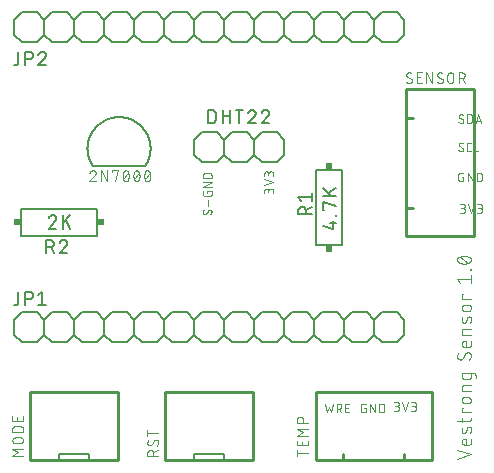
<source format=gbr>
G04 EAGLE Gerber RS-274X export*
G75*
%MOMM*%
%FSLAX34Y34*%
%LPD*%
%INSilkscreen Top*%
%IPPOS*%
%AMOC8*
5,1,8,0,0,1.08239X$1,22.5*%
G01*
%ADD10C,0.101600*%
%ADD11C,0.076200*%
%ADD12C,0.152400*%
%ADD13C,0.127000*%
%ADD14R,0.555000X0.600000*%
%ADD15R,0.600000X0.555000*%
%ADD16C,0.254000*%
%ADD17C,0.200000*%


D10*
X438658Y15748D02*
X450342Y19643D01*
X438658Y23537D01*
X450342Y29662D02*
X450342Y32907D01*
X450342Y29662D02*
X450340Y29575D01*
X450334Y29487D01*
X450324Y29401D01*
X450311Y29314D01*
X450293Y29229D01*
X450272Y29144D01*
X450247Y29060D01*
X450218Y28978D01*
X450185Y28897D01*
X450149Y28817D01*
X450110Y28739D01*
X450066Y28663D01*
X450020Y28589D01*
X449970Y28518D01*
X449917Y28448D01*
X449861Y28381D01*
X449802Y28317D01*
X449740Y28255D01*
X449676Y28196D01*
X449609Y28140D01*
X449539Y28087D01*
X449468Y28037D01*
X449394Y27991D01*
X449318Y27947D01*
X449240Y27908D01*
X449160Y27872D01*
X449079Y27839D01*
X448997Y27810D01*
X448913Y27785D01*
X448828Y27764D01*
X448743Y27746D01*
X448656Y27733D01*
X448570Y27723D01*
X448482Y27717D01*
X448395Y27715D01*
X448395Y27714D02*
X445149Y27714D01*
X445149Y27715D02*
X445048Y27717D01*
X444948Y27723D01*
X444848Y27733D01*
X444748Y27746D01*
X444649Y27764D01*
X444550Y27785D01*
X444453Y27810D01*
X444356Y27839D01*
X444261Y27872D01*
X444167Y27908D01*
X444075Y27948D01*
X443984Y27991D01*
X443895Y28038D01*
X443808Y28088D01*
X443722Y28142D01*
X443639Y28199D01*
X443559Y28259D01*
X443480Y28322D01*
X443404Y28389D01*
X443331Y28458D01*
X443261Y28530D01*
X443193Y28604D01*
X443128Y28681D01*
X443067Y28761D01*
X443008Y28843D01*
X442953Y28927D01*
X442901Y29013D01*
X442852Y29101D01*
X442807Y29191D01*
X442765Y29283D01*
X442727Y29376D01*
X442693Y29471D01*
X442662Y29566D01*
X442635Y29663D01*
X442612Y29761D01*
X442592Y29860D01*
X442577Y29960D01*
X442565Y30060D01*
X442557Y30160D01*
X442553Y30261D01*
X442553Y30361D01*
X442557Y30462D01*
X442565Y30562D01*
X442577Y30662D01*
X442592Y30762D01*
X442612Y30861D01*
X442635Y30959D01*
X442662Y31056D01*
X442693Y31151D01*
X442727Y31246D01*
X442765Y31339D01*
X442807Y31431D01*
X442852Y31521D01*
X442901Y31609D01*
X442953Y31695D01*
X443008Y31779D01*
X443067Y31861D01*
X443128Y31941D01*
X443193Y32018D01*
X443261Y32092D01*
X443331Y32164D01*
X443404Y32233D01*
X443480Y32300D01*
X443559Y32363D01*
X443639Y32423D01*
X443722Y32480D01*
X443808Y32534D01*
X443895Y32584D01*
X443984Y32631D01*
X444075Y32674D01*
X444167Y32714D01*
X444261Y32750D01*
X444356Y32783D01*
X444453Y32812D01*
X444550Y32837D01*
X444649Y32858D01*
X444748Y32876D01*
X444848Y32889D01*
X444948Y32899D01*
X445048Y32905D01*
X445149Y32907D01*
X446447Y32907D01*
X446447Y27714D01*
X445798Y38594D02*
X447096Y41839D01*
X445799Y38594D02*
X445766Y38519D01*
X445730Y38445D01*
X445691Y38373D01*
X445648Y38303D01*
X445602Y38236D01*
X445552Y38170D01*
X445500Y38108D01*
X445444Y38047D01*
X445386Y37990D01*
X445325Y37935D01*
X445261Y37884D01*
X445195Y37836D01*
X445126Y37791D01*
X445056Y37749D01*
X444983Y37711D01*
X444909Y37676D01*
X444833Y37645D01*
X444756Y37618D01*
X444677Y37595D01*
X444598Y37575D01*
X444517Y37560D01*
X444436Y37548D01*
X444354Y37540D01*
X444273Y37536D01*
X444191Y37537D01*
X444109Y37541D01*
X444027Y37549D01*
X443946Y37561D01*
X443866Y37577D01*
X443786Y37597D01*
X443708Y37621D01*
X443631Y37649D01*
X443555Y37680D01*
X443481Y37715D01*
X443409Y37753D01*
X443338Y37795D01*
X443270Y37841D01*
X443204Y37889D01*
X443141Y37941D01*
X443080Y37996D01*
X443022Y38054D01*
X442966Y38114D01*
X442914Y38177D01*
X442865Y38243D01*
X442819Y38311D01*
X442777Y38381D01*
X442737Y38453D01*
X442702Y38527D01*
X442670Y38602D01*
X442642Y38679D01*
X442618Y38757D01*
X442597Y38837D01*
X442580Y38917D01*
X442568Y38998D01*
X442559Y39079D01*
X442554Y39161D01*
X442553Y39243D01*
X442557Y39420D01*
X442566Y39597D01*
X442580Y39774D01*
X442597Y39951D01*
X442619Y40126D01*
X442644Y40302D01*
X442675Y40476D01*
X442709Y40650D01*
X442747Y40823D01*
X442790Y40995D01*
X442837Y41166D01*
X442887Y41336D01*
X442942Y41505D01*
X443001Y41672D01*
X443064Y41838D01*
X443131Y42002D01*
X443202Y42164D01*
X447096Y41839D02*
X447129Y41914D01*
X447165Y41988D01*
X447204Y42060D01*
X447247Y42130D01*
X447293Y42197D01*
X447343Y42263D01*
X447395Y42325D01*
X447451Y42386D01*
X447509Y42443D01*
X447570Y42498D01*
X447634Y42549D01*
X447700Y42597D01*
X447769Y42642D01*
X447839Y42684D01*
X447912Y42722D01*
X447986Y42757D01*
X448062Y42788D01*
X448139Y42815D01*
X448218Y42838D01*
X448298Y42858D01*
X448378Y42873D01*
X448459Y42885D01*
X448541Y42893D01*
X448622Y42897D01*
X448704Y42896D01*
X448786Y42892D01*
X448868Y42884D01*
X448949Y42872D01*
X449029Y42856D01*
X449109Y42836D01*
X449187Y42812D01*
X449264Y42784D01*
X449340Y42753D01*
X449414Y42718D01*
X449486Y42680D01*
X449557Y42638D01*
X449625Y42592D01*
X449691Y42544D01*
X449754Y42492D01*
X449815Y42437D01*
X449873Y42379D01*
X449929Y42319D01*
X449981Y42256D01*
X450030Y42190D01*
X450076Y42122D01*
X450118Y42052D01*
X450158Y41980D01*
X450193Y41906D01*
X450225Y41831D01*
X450253Y41754D01*
X450277Y41676D01*
X450298Y41596D01*
X450315Y41516D01*
X450327Y41435D01*
X450336Y41354D01*
X450341Y41272D01*
X450342Y41190D01*
X450342Y41191D02*
X450335Y40931D01*
X450322Y40671D01*
X450303Y40411D01*
X450278Y40152D01*
X450246Y39893D01*
X450209Y39636D01*
X450165Y39379D01*
X450116Y39123D01*
X450060Y38869D01*
X449999Y38616D01*
X449931Y38365D01*
X449857Y38115D01*
X449778Y37867D01*
X449693Y37621D01*
X442553Y46559D02*
X442553Y50454D01*
X438658Y47857D02*
X448395Y47857D01*
X448482Y47859D01*
X448570Y47865D01*
X448656Y47875D01*
X448743Y47888D01*
X448828Y47906D01*
X448913Y47927D01*
X448997Y47952D01*
X449079Y47981D01*
X449160Y48014D01*
X449240Y48050D01*
X449318Y48089D01*
X449394Y48133D01*
X449468Y48179D01*
X449539Y48229D01*
X449609Y48282D01*
X449676Y48338D01*
X449740Y48397D01*
X449802Y48459D01*
X449861Y48523D01*
X449917Y48590D01*
X449970Y48660D01*
X450020Y48731D01*
X450066Y48805D01*
X450110Y48881D01*
X450149Y48959D01*
X450185Y49039D01*
X450218Y49120D01*
X450247Y49202D01*
X450272Y49286D01*
X450293Y49371D01*
X450311Y49456D01*
X450324Y49543D01*
X450334Y49629D01*
X450340Y49717D01*
X450342Y49804D01*
X450342Y50454D01*
X450342Y55213D02*
X442553Y55213D01*
X442553Y59107D01*
X443851Y59107D01*
X445149Y62766D02*
X447746Y62766D01*
X445149Y62767D02*
X445048Y62769D01*
X444948Y62775D01*
X444848Y62785D01*
X444748Y62798D01*
X444649Y62816D01*
X444550Y62837D01*
X444453Y62862D01*
X444356Y62891D01*
X444261Y62924D01*
X444167Y62960D01*
X444075Y63000D01*
X443984Y63043D01*
X443895Y63090D01*
X443808Y63140D01*
X443722Y63194D01*
X443639Y63251D01*
X443559Y63311D01*
X443480Y63374D01*
X443404Y63441D01*
X443331Y63510D01*
X443261Y63582D01*
X443193Y63656D01*
X443128Y63733D01*
X443067Y63813D01*
X443008Y63895D01*
X442953Y63979D01*
X442901Y64065D01*
X442852Y64153D01*
X442807Y64243D01*
X442765Y64335D01*
X442727Y64428D01*
X442693Y64523D01*
X442662Y64618D01*
X442635Y64715D01*
X442612Y64813D01*
X442592Y64912D01*
X442577Y65012D01*
X442565Y65112D01*
X442557Y65212D01*
X442553Y65313D01*
X442553Y65413D01*
X442557Y65514D01*
X442565Y65614D01*
X442577Y65714D01*
X442592Y65814D01*
X442612Y65913D01*
X442635Y66011D01*
X442662Y66108D01*
X442693Y66203D01*
X442727Y66298D01*
X442765Y66391D01*
X442807Y66483D01*
X442852Y66573D01*
X442901Y66661D01*
X442953Y66747D01*
X443008Y66831D01*
X443067Y66913D01*
X443128Y66993D01*
X443193Y67070D01*
X443261Y67144D01*
X443331Y67216D01*
X443404Y67285D01*
X443480Y67352D01*
X443559Y67415D01*
X443639Y67475D01*
X443722Y67532D01*
X443808Y67586D01*
X443895Y67636D01*
X443984Y67683D01*
X444075Y67726D01*
X444167Y67766D01*
X444261Y67802D01*
X444356Y67835D01*
X444453Y67864D01*
X444550Y67889D01*
X444649Y67910D01*
X444748Y67928D01*
X444848Y67941D01*
X444948Y67951D01*
X445048Y67957D01*
X445149Y67959D01*
X447746Y67959D01*
X447847Y67957D01*
X447947Y67951D01*
X448047Y67941D01*
X448147Y67928D01*
X448246Y67910D01*
X448345Y67889D01*
X448442Y67864D01*
X448539Y67835D01*
X448634Y67802D01*
X448728Y67766D01*
X448820Y67726D01*
X448911Y67683D01*
X449000Y67636D01*
X449087Y67586D01*
X449173Y67532D01*
X449256Y67475D01*
X449336Y67415D01*
X449415Y67352D01*
X449491Y67285D01*
X449564Y67216D01*
X449634Y67144D01*
X449702Y67070D01*
X449767Y66993D01*
X449828Y66913D01*
X449887Y66831D01*
X449942Y66747D01*
X449994Y66661D01*
X450043Y66573D01*
X450088Y66483D01*
X450130Y66391D01*
X450168Y66298D01*
X450202Y66203D01*
X450233Y66108D01*
X450260Y66011D01*
X450283Y65913D01*
X450303Y65814D01*
X450318Y65714D01*
X450330Y65614D01*
X450338Y65514D01*
X450342Y65413D01*
X450342Y65313D01*
X450338Y65212D01*
X450330Y65112D01*
X450318Y65012D01*
X450303Y64912D01*
X450283Y64813D01*
X450260Y64715D01*
X450233Y64618D01*
X450202Y64523D01*
X450168Y64428D01*
X450130Y64335D01*
X450088Y64243D01*
X450043Y64153D01*
X449994Y64065D01*
X449942Y63979D01*
X449887Y63895D01*
X449828Y63813D01*
X449767Y63733D01*
X449702Y63656D01*
X449634Y63582D01*
X449564Y63510D01*
X449491Y63441D01*
X449415Y63374D01*
X449336Y63311D01*
X449256Y63251D01*
X449173Y63194D01*
X449087Y63140D01*
X449000Y63090D01*
X448911Y63043D01*
X448820Y63000D01*
X448728Y62960D01*
X448634Y62924D01*
X448539Y62891D01*
X448442Y62862D01*
X448345Y62837D01*
X448246Y62816D01*
X448147Y62798D01*
X448047Y62785D01*
X447947Y62775D01*
X447847Y62769D01*
X447746Y62767D01*
X450342Y73053D02*
X442553Y73053D01*
X442553Y76299D01*
X442555Y76386D01*
X442561Y76474D01*
X442571Y76560D01*
X442584Y76647D01*
X442602Y76732D01*
X442623Y76817D01*
X442648Y76901D01*
X442677Y76983D01*
X442710Y77064D01*
X442746Y77144D01*
X442785Y77222D01*
X442829Y77298D01*
X442875Y77372D01*
X442925Y77443D01*
X442978Y77513D01*
X443034Y77580D01*
X443093Y77644D01*
X443154Y77706D01*
X443219Y77765D01*
X443286Y77821D01*
X443356Y77874D01*
X443427Y77924D01*
X443501Y77970D01*
X443577Y78014D01*
X443655Y78053D01*
X443735Y78089D01*
X443816Y78122D01*
X443898Y78151D01*
X443982Y78176D01*
X444067Y78197D01*
X444152Y78215D01*
X444239Y78228D01*
X444325Y78238D01*
X444413Y78244D01*
X444500Y78246D01*
X450342Y78246D01*
X450342Y85229D02*
X450342Y88474D01*
X450342Y85229D02*
X450340Y85142D01*
X450334Y85054D01*
X450324Y84968D01*
X450311Y84881D01*
X450293Y84796D01*
X450272Y84711D01*
X450247Y84627D01*
X450218Y84545D01*
X450185Y84464D01*
X450149Y84384D01*
X450110Y84306D01*
X450066Y84230D01*
X450020Y84156D01*
X449970Y84085D01*
X449917Y84015D01*
X449861Y83948D01*
X449802Y83884D01*
X449740Y83822D01*
X449676Y83763D01*
X449609Y83707D01*
X449539Y83654D01*
X449468Y83604D01*
X449394Y83558D01*
X449318Y83514D01*
X449240Y83475D01*
X449160Y83439D01*
X449079Y83406D01*
X448997Y83377D01*
X448913Y83352D01*
X448828Y83331D01*
X448743Y83313D01*
X448656Y83300D01*
X448570Y83290D01*
X448482Y83284D01*
X448395Y83282D01*
X448395Y83281D02*
X444500Y83281D01*
X444500Y83282D02*
X444413Y83284D01*
X444325Y83290D01*
X444239Y83300D01*
X444152Y83313D01*
X444067Y83331D01*
X443982Y83352D01*
X443898Y83377D01*
X443816Y83406D01*
X443735Y83439D01*
X443655Y83475D01*
X443577Y83514D01*
X443501Y83558D01*
X443427Y83604D01*
X443356Y83654D01*
X443286Y83707D01*
X443219Y83763D01*
X443155Y83822D01*
X443093Y83884D01*
X443034Y83948D01*
X442978Y84015D01*
X442925Y84085D01*
X442875Y84156D01*
X442829Y84230D01*
X442785Y84306D01*
X442746Y84384D01*
X442710Y84464D01*
X442677Y84545D01*
X442648Y84627D01*
X442623Y84711D01*
X442602Y84796D01*
X442584Y84881D01*
X442571Y84968D01*
X442561Y85054D01*
X442555Y85142D01*
X442553Y85229D01*
X442553Y88474D01*
X452289Y88474D01*
X452376Y88472D01*
X452464Y88466D01*
X452550Y88456D01*
X452637Y88443D01*
X452722Y88425D01*
X452807Y88404D01*
X452891Y88379D01*
X452973Y88350D01*
X453054Y88317D01*
X453134Y88281D01*
X453212Y88242D01*
X453288Y88198D01*
X453362Y88152D01*
X453433Y88102D01*
X453503Y88049D01*
X453570Y87993D01*
X453634Y87934D01*
X453696Y87872D01*
X453755Y87808D01*
X453811Y87741D01*
X453864Y87671D01*
X453914Y87600D01*
X453960Y87526D01*
X454004Y87450D01*
X454043Y87372D01*
X454079Y87292D01*
X454112Y87211D01*
X454141Y87129D01*
X454166Y87045D01*
X454187Y86960D01*
X454205Y86875D01*
X454218Y86788D01*
X454228Y86702D01*
X454234Y86614D01*
X454236Y86527D01*
X454237Y86527D02*
X454237Y83930D01*
X450342Y103350D02*
X450340Y103449D01*
X450334Y103549D01*
X450325Y103648D01*
X450312Y103746D01*
X450295Y103844D01*
X450274Y103942D01*
X450249Y104038D01*
X450221Y104133D01*
X450189Y104227D01*
X450154Y104320D01*
X450115Y104412D01*
X450072Y104502D01*
X450027Y104590D01*
X449977Y104677D01*
X449925Y104761D01*
X449869Y104844D01*
X449811Y104924D01*
X449749Y105002D01*
X449684Y105077D01*
X449616Y105150D01*
X449546Y105220D01*
X449473Y105288D01*
X449398Y105353D01*
X449320Y105415D01*
X449240Y105473D01*
X449157Y105529D01*
X449073Y105581D01*
X448986Y105631D01*
X448898Y105676D01*
X448808Y105719D01*
X448716Y105758D01*
X448623Y105793D01*
X448529Y105825D01*
X448434Y105853D01*
X448338Y105878D01*
X448240Y105899D01*
X448142Y105916D01*
X448044Y105929D01*
X447945Y105938D01*
X447845Y105944D01*
X447746Y105946D01*
X450342Y103350D02*
X450340Y103206D01*
X450334Y103061D01*
X450325Y102917D01*
X450312Y102774D01*
X450295Y102630D01*
X450274Y102487D01*
X450249Y102345D01*
X450221Y102204D01*
X450189Y102063D01*
X450153Y101923D01*
X450114Y101784D01*
X450071Y101646D01*
X450024Y101510D01*
X449974Y101374D01*
X449920Y101240D01*
X449863Y101108D01*
X449802Y100977D01*
X449738Y100848D01*
X449670Y100720D01*
X449600Y100594D01*
X449525Y100470D01*
X449448Y100349D01*
X449367Y100229D01*
X449284Y100111D01*
X449197Y99996D01*
X449107Y99883D01*
X449014Y99772D01*
X448919Y99664D01*
X448820Y99558D01*
X448719Y99455D01*
X441254Y99780D02*
X441155Y99782D01*
X441055Y99788D01*
X440956Y99797D01*
X440858Y99810D01*
X440760Y99827D01*
X440662Y99848D01*
X440566Y99873D01*
X440471Y99901D01*
X440377Y99933D01*
X440284Y99968D01*
X440192Y100007D01*
X440102Y100050D01*
X440014Y100095D01*
X439927Y100145D01*
X439843Y100197D01*
X439760Y100253D01*
X439680Y100311D01*
X439602Y100373D01*
X439527Y100438D01*
X439454Y100506D01*
X439384Y100576D01*
X439316Y100649D01*
X439251Y100724D01*
X439189Y100802D01*
X439131Y100882D01*
X439075Y100965D01*
X439023Y101049D01*
X438973Y101136D01*
X438928Y101224D01*
X438885Y101314D01*
X438846Y101406D01*
X438811Y101499D01*
X438779Y101593D01*
X438751Y101688D01*
X438726Y101784D01*
X438705Y101882D01*
X438688Y101980D01*
X438675Y102078D01*
X438666Y102177D01*
X438660Y102277D01*
X438658Y102376D01*
X438660Y102512D01*
X438666Y102648D01*
X438675Y102784D01*
X438688Y102920D01*
X438706Y103055D01*
X438726Y103189D01*
X438751Y103323D01*
X438779Y103457D01*
X438812Y103589D01*
X438847Y103720D01*
X438887Y103851D01*
X438930Y103980D01*
X438976Y104108D01*
X439027Y104234D01*
X439080Y104360D01*
X439138Y104483D01*
X439198Y104605D01*
X439262Y104725D01*
X439330Y104844D01*
X439400Y104960D01*
X439474Y105074D01*
X439551Y105187D01*
X439632Y105297D01*
X443526Y101078D02*
X443473Y100992D01*
X443416Y100908D01*
X443357Y100826D01*
X443294Y100746D01*
X443228Y100669D01*
X443160Y100594D01*
X443088Y100522D01*
X443014Y100453D01*
X442937Y100387D01*
X442858Y100324D01*
X442776Y100264D01*
X442692Y100207D01*
X442606Y100153D01*
X442518Y100103D01*
X442428Y100056D01*
X442337Y100012D01*
X442243Y99973D01*
X442149Y99936D01*
X442053Y99904D01*
X441955Y99875D01*
X441857Y99850D01*
X441758Y99829D01*
X441658Y99811D01*
X441558Y99798D01*
X441457Y99788D01*
X441355Y99782D01*
X441254Y99780D01*
X445474Y104648D02*
X445527Y104734D01*
X445584Y104818D01*
X445643Y104900D01*
X445706Y104980D01*
X445772Y105057D01*
X445840Y105132D01*
X445912Y105204D01*
X445986Y105273D01*
X446063Y105339D01*
X446142Y105402D01*
X446224Y105462D01*
X446308Y105519D01*
X446394Y105573D01*
X446482Y105623D01*
X446572Y105670D01*
X446663Y105714D01*
X446757Y105753D01*
X446851Y105790D01*
X446947Y105822D01*
X447045Y105851D01*
X447143Y105876D01*
X447242Y105897D01*
X447342Y105915D01*
X447442Y105928D01*
X447543Y105938D01*
X447645Y105944D01*
X447746Y105946D01*
X445474Y104648D02*
X443526Y101078D01*
X450342Y112338D02*
X450342Y115584D01*
X450342Y112338D02*
X450340Y112251D01*
X450334Y112163D01*
X450324Y112077D01*
X450311Y111990D01*
X450293Y111905D01*
X450272Y111820D01*
X450247Y111736D01*
X450218Y111654D01*
X450185Y111573D01*
X450149Y111493D01*
X450110Y111415D01*
X450066Y111339D01*
X450020Y111265D01*
X449970Y111194D01*
X449917Y111124D01*
X449861Y111057D01*
X449802Y110993D01*
X449740Y110931D01*
X449676Y110872D01*
X449609Y110816D01*
X449539Y110763D01*
X449468Y110713D01*
X449394Y110667D01*
X449318Y110623D01*
X449240Y110584D01*
X449160Y110548D01*
X449079Y110515D01*
X448997Y110486D01*
X448913Y110461D01*
X448828Y110440D01*
X448743Y110422D01*
X448656Y110409D01*
X448570Y110399D01*
X448482Y110393D01*
X448395Y110391D01*
X445149Y110391D01*
X445149Y110392D02*
X445048Y110394D01*
X444948Y110400D01*
X444848Y110410D01*
X444748Y110423D01*
X444649Y110441D01*
X444550Y110462D01*
X444453Y110487D01*
X444356Y110516D01*
X444261Y110549D01*
X444167Y110585D01*
X444075Y110625D01*
X443984Y110668D01*
X443895Y110715D01*
X443808Y110765D01*
X443722Y110819D01*
X443639Y110876D01*
X443559Y110936D01*
X443480Y110999D01*
X443404Y111066D01*
X443331Y111135D01*
X443261Y111207D01*
X443193Y111281D01*
X443128Y111358D01*
X443067Y111438D01*
X443008Y111520D01*
X442953Y111604D01*
X442901Y111690D01*
X442852Y111778D01*
X442807Y111868D01*
X442765Y111960D01*
X442727Y112053D01*
X442693Y112148D01*
X442662Y112243D01*
X442635Y112340D01*
X442612Y112438D01*
X442592Y112537D01*
X442577Y112637D01*
X442565Y112737D01*
X442557Y112837D01*
X442553Y112938D01*
X442553Y113038D01*
X442557Y113139D01*
X442565Y113239D01*
X442577Y113339D01*
X442592Y113439D01*
X442612Y113538D01*
X442635Y113636D01*
X442662Y113733D01*
X442693Y113828D01*
X442727Y113923D01*
X442765Y114016D01*
X442807Y114108D01*
X442852Y114198D01*
X442901Y114286D01*
X442953Y114372D01*
X443008Y114456D01*
X443067Y114538D01*
X443128Y114618D01*
X443193Y114695D01*
X443261Y114769D01*
X443331Y114841D01*
X443404Y114910D01*
X443480Y114977D01*
X443559Y115040D01*
X443639Y115100D01*
X443722Y115157D01*
X443808Y115211D01*
X443895Y115261D01*
X443984Y115308D01*
X444075Y115351D01*
X444167Y115391D01*
X444261Y115427D01*
X444356Y115460D01*
X444453Y115489D01*
X444550Y115514D01*
X444649Y115535D01*
X444748Y115553D01*
X444848Y115566D01*
X444948Y115576D01*
X445048Y115582D01*
X445149Y115584D01*
X446447Y115584D01*
X446447Y110391D01*
X450342Y120678D02*
X442553Y120678D01*
X442553Y123924D01*
X442555Y124011D01*
X442561Y124099D01*
X442571Y124185D01*
X442584Y124272D01*
X442602Y124357D01*
X442623Y124442D01*
X442648Y124526D01*
X442677Y124608D01*
X442710Y124689D01*
X442746Y124769D01*
X442785Y124847D01*
X442829Y124923D01*
X442875Y124997D01*
X442925Y125068D01*
X442978Y125138D01*
X443034Y125205D01*
X443093Y125269D01*
X443154Y125331D01*
X443219Y125390D01*
X443286Y125446D01*
X443356Y125499D01*
X443427Y125549D01*
X443501Y125595D01*
X443577Y125639D01*
X443655Y125678D01*
X443735Y125714D01*
X443816Y125747D01*
X443898Y125776D01*
X443982Y125801D01*
X444067Y125822D01*
X444152Y125840D01*
X444239Y125853D01*
X444325Y125863D01*
X444413Y125869D01*
X444500Y125871D01*
X450342Y125871D01*
X445798Y131939D02*
X447096Y135184D01*
X445799Y131939D02*
X445766Y131864D01*
X445730Y131790D01*
X445691Y131718D01*
X445648Y131648D01*
X445602Y131581D01*
X445552Y131515D01*
X445500Y131453D01*
X445444Y131392D01*
X445386Y131335D01*
X445325Y131280D01*
X445261Y131229D01*
X445195Y131181D01*
X445126Y131136D01*
X445056Y131094D01*
X444983Y131056D01*
X444909Y131021D01*
X444833Y130990D01*
X444756Y130963D01*
X444677Y130940D01*
X444598Y130920D01*
X444517Y130905D01*
X444436Y130893D01*
X444354Y130885D01*
X444273Y130881D01*
X444191Y130882D01*
X444109Y130886D01*
X444027Y130894D01*
X443946Y130906D01*
X443866Y130922D01*
X443786Y130942D01*
X443708Y130966D01*
X443631Y130994D01*
X443555Y131025D01*
X443481Y131060D01*
X443409Y131098D01*
X443338Y131140D01*
X443270Y131186D01*
X443204Y131234D01*
X443141Y131286D01*
X443080Y131341D01*
X443022Y131399D01*
X442966Y131459D01*
X442914Y131522D01*
X442865Y131588D01*
X442819Y131656D01*
X442777Y131726D01*
X442737Y131798D01*
X442702Y131872D01*
X442670Y131947D01*
X442642Y132024D01*
X442618Y132102D01*
X442597Y132182D01*
X442580Y132262D01*
X442568Y132343D01*
X442559Y132424D01*
X442554Y132506D01*
X442553Y132588D01*
X442557Y132765D01*
X442566Y132942D01*
X442580Y133119D01*
X442597Y133296D01*
X442619Y133471D01*
X442644Y133647D01*
X442675Y133821D01*
X442709Y133995D01*
X442747Y134168D01*
X442790Y134340D01*
X442837Y134511D01*
X442887Y134681D01*
X442942Y134850D01*
X443001Y135017D01*
X443064Y135183D01*
X443131Y135347D01*
X443202Y135509D01*
X447096Y135184D02*
X447129Y135259D01*
X447165Y135333D01*
X447204Y135405D01*
X447247Y135475D01*
X447293Y135542D01*
X447343Y135608D01*
X447395Y135670D01*
X447451Y135731D01*
X447509Y135788D01*
X447570Y135843D01*
X447634Y135894D01*
X447700Y135942D01*
X447769Y135987D01*
X447839Y136029D01*
X447912Y136067D01*
X447986Y136102D01*
X448062Y136133D01*
X448139Y136160D01*
X448218Y136183D01*
X448298Y136203D01*
X448378Y136218D01*
X448459Y136230D01*
X448541Y136238D01*
X448622Y136242D01*
X448704Y136241D01*
X448786Y136237D01*
X448868Y136229D01*
X448949Y136217D01*
X449029Y136201D01*
X449109Y136181D01*
X449187Y136157D01*
X449264Y136129D01*
X449340Y136098D01*
X449414Y136063D01*
X449486Y136025D01*
X449557Y135983D01*
X449625Y135937D01*
X449691Y135889D01*
X449754Y135837D01*
X449815Y135782D01*
X449873Y135724D01*
X449929Y135664D01*
X449981Y135601D01*
X450030Y135535D01*
X450076Y135467D01*
X450118Y135397D01*
X450158Y135325D01*
X450193Y135251D01*
X450225Y135176D01*
X450253Y135099D01*
X450277Y135021D01*
X450298Y134941D01*
X450315Y134861D01*
X450327Y134780D01*
X450336Y134699D01*
X450341Y134617D01*
X450342Y134535D01*
X450335Y134275D01*
X450322Y134015D01*
X450303Y133755D01*
X450278Y133496D01*
X450246Y133237D01*
X450209Y132980D01*
X450165Y132723D01*
X450116Y132467D01*
X450060Y132213D01*
X449999Y131960D01*
X449931Y131709D01*
X449857Y131459D01*
X449778Y131211D01*
X449693Y130965D01*
X447746Y140871D02*
X445149Y140871D01*
X445149Y140872D02*
X445048Y140874D01*
X444948Y140880D01*
X444848Y140890D01*
X444748Y140903D01*
X444649Y140921D01*
X444550Y140942D01*
X444453Y140967D01*
X444356Y140996D01*
X444261Y141029D01*
X444167Y141065D01*
X444075Y141105D01*
X443984Y141148D01*
X443895Y141195D01*
X443808Y141245D01*
X443722Y141299D01*
X443639Y141356D01*
X443559Y141416D01*
X443480Y141479D01*
X443404Y141546D01*
X443331Y141615D01*
X443261Y141687D01*
X443193Y141761D01*
X443128Y141838D01*
X443067Y141918D01*
X443008Y142000D01*
X442953Y142084D01*
X442901Y142170D01*
X442852Y142258D01*
X442807Y142348D01*
X442765Y142440D01*
X442727Y142533D01*
X442693Y142628D01*
X442662Y142723D01*
X442635Y142820D01*
X442612Y142918D01*
X442592Y143017D01*
X442577Y143117D01*
X442565Y143217D01*
X442557Y143317D01*
X442553Y143418D01*
X442553Y143518D01*
X442557Y143619D01*
X442565Y143719D01*
X442577Y143819D01*
X442592Y143919D01*
X442612Y144018D01*
X442635Y144116D01*
X442662Y144213D01*
X442693Y144308D01*
X442727Y144403D01*
X442765Y144496D01*
X442807Y144588D01*
X442852Y144678D01*
X442901Y144766D01*
X442953Y144852D01*
X443008Y144936D01*
X443067Y145018D01*
X443128Y145098D01*
X443193Y145175D01*
X443261Y145249D01*
X443331Y145321D01*
X443404Y145390D01*
X443480Y145457D01*
X443559Y145520D01*
X443639Y145580D01*
X443722Y145637D01*
X443808Y145691D01*
X443895Y145741D01*
X443984Y145788D01*
X444075Y145831D01*
X444167Y145871D01*
X444261Y145907D01*
X444356Y145940D01*
X444453Y145969D01*
X444550Y145994D01*
X444649Y146015D01*
X444748Y146033D01*
X444848Y146046D01*
X444948Y146056D01*
X445048Y146062D01*
X445149Y146064D01*
X447746Y146064D01*
X447847Y146062D01*
X447947Y146056D01*
X448047Y146046D01*
X448147Y146033D01*
X448246Y146015D01*
X448345Y145994D01*
X448442Y145969D01*
X448539Y145940D01*
X448634Y145907D01*
X448728Y145871D01*
X448820Y145831D01*
X448911Y145788D01*
X449000Y145741D01*
X449087Y145691D01*
X449173Y145637D01*
X449256Y145580D01*
X449336Y145520D01*
X449415Y145457D01*
X449491Y145390D01*
X449564Y145321D01*
X449634Y145249D01*
X449702Y145175D01*
X449767Y145098D01*
X449828Y145018D01*
X449887Y144936D01*
X449942Y144852D01*
X449994Y144766D01*
X450043Y144678D01*
X450088Y144588D01*
X450130Y144496D01*
X450168Y144403D01*
X450202Y144308D01*
X450233Y144213D01*
X450260Y144116D01*
X450283Y144018D01*
X450303Y143919D01*
X450318Y143819D01*
X450330Y143719D01*
X450338Y143619D01*
X450342Y143518D01*
X450342Y143418D01*
X450338Y143317D01*
X450330Y143217D01*
X450318Y143117D01*
X450303Y143017D01*
X450283Y142918D01*
X450260Y142820D01*
X450233Y142723D01*
X450202Y142628D01*
X450168Y142533D01*
X450130Y142440D01*
X450088Y142348D01*
X450043Y142258D01*
X449994Y142170D01*
X449942Y142084D01*
X449887Y142000D01*
X449828Y141918D01*
X449767Y141838D01*
X449702Y141761D01*
X449634Y141687D01*
X449564Y141615D01*
X449491Y141546D01*
X449415Y141479D01*
X449336Y141416D01*
X449256Y141356D01*
X449173Y141299D01*
X449087Y141245D01*
X449000Y141195D01*
X448911Y141148D01*
X448820Y141105D01*
X448728Y141065D01*
X448634Y141029D01*
X448539Y140996D01*
X448442Y140967D01*
X448345Y140942D01*
X448246Y140921D01*
X448147Y140903D01*
X448047Y140890D01*
X447947Y140880D01*
X447847Y140874D01*
X447746Y140872D01*
X450342Y151225D02*
X442553Y151225D01*
X442553Y155119D01*
X443851Y155119D01*
X441254Y164987D02*
X438658Y168233D01*
X450342Y168233D01*
X450342Y171478D02*
X450342Y164987D01*
X450342Y175909D02*
X449693Y175909D01*
X449693Y176558D01*
X450342Y176558D01*
X450342Y175909D01*
X444500Y180989D02*
X444270Y180992D01*
X444040Y181000D01*
X443811Y181014D01*
X443582Y181033D01*
X443353Y181058D01*
X443125Y181088D01*
X442898Y181123D01*
X442672Y181164D01*
X442447Y181210D01*
X442223Y181262D01*
X442000Y181319D01*
X441779Y181381D01*
X441559Y181449D01*
X441341Y181522D01*
X441125Y181600D01*
X440911Y181683D01*
X440699Y181771D01*
X440488Y181864D01*
X440281Y181963D01*
X440281Y181962D02*
X440191Y181995D01*
X440102Y182031D01*
X440014Y182071D01*
X439929Y182115D01*
X439845Y182162D01*
X439763Y182212D01*
X439683Y182266D01*
X439606Y182322D01*
X439530Y182382D01*
X439457Y182445D01*
X439387Y182510D01*
X439319Y182579D01*
X439255Y182650D01*
X439193Y182723D01*
X439134Y182799D01*
X439078Y182877D01*
X439025Y182958D01*
X438976Y183040D01*
X438930Y183124D01*
X438887Y183211D01*
X438848Y183298D01*
X438812Y183388D01*
X438780Y183478D01*
X438752Y183570D01*
X438727Y183663D01*
X438706Y183757D01*
X438689Y183851D01*
X438675Y183946D01*
X438666Y184042D01*
X438660Y184138D01*
X438658Y184234D01*
X438660Y184330D01*
X438666Y184426D01*
X438675Y184522D01*
X438689Y184617D01*
X438706Y184711D01*
X438727Y184805D01*
X438752Y184898D01*
X438780Y184990D01*
X438812Y185080D01*
X438848Y185170D01*
X438887Y185258D01*
X438930Y185344D01*
X438976Y185428D01*
X439025Y185510D01*
X439078Y185591D01*
X439134Y185669D01*
X439193Y185745D01*
X439255Y185818D01*
X439319Y185889D01*
X439387Y185958D01*
X439457Y186023D01*
X439530Y186086D01*
X439606Y186146D01*
X439683Y186202D01*
X439763Y186256D01*
X439845Y186306D01*
X439929Y186353D01*
X440014Y186397D01*
X440102Y186437D01*
X440191Y186473D01*
X440281Y186506D01*
X440488Y186605D01*
X440699Y186698D01*
X440911Y186786D01*
X441125Y186869D01*
X441341Y186947D01*
X441559Y187020D01*
X441779Y187088D01*
X442000Y187150D01*
X442223Y187207D01*
X442447Y187259D01*
X442672Y187305D01*
X442898Y187346D01*
X443125Y187381D01*
X443353Y187411D01*
X443582Y187436D01*
X443811Y187455D01*
X444040Y187469D01*
X444270Y187477D01*
X444500Y187480D01*
X444500Y180989D02*
X444730Y180992D01*
X444960Y181000D01*
X445189Y181014D01*
X445418Y181033D01*
X445647Y181058D01*
X445875Y181088D01*
X446102Y181123D01*
X446328Y181164D01*
X446553Y181210D01*
X446777Y181262D01*
X447000Y181319D01*
X447221Y181381D01*
X447441Y181449D01*
X447659Y181522D01*
X447875Y181600D01*
X448089Y181683D01*
X448301Y181771D01*
X448512Y181864D01*
X448719Y181963D01*
X448719Y181962D02*
X448809Y181995D01*
X448898Y182031D01*
X448986Y182072D01*
X449071Y182115D01*
X449155Y182162D01*
X449237Y182212D01*
X449317Y182266D01*
X449394Y182322D01*
X449470Y182382D01*
X449543Y182445D01*
X449613Y182510D01*
X449681Y182579D01*
X449745Y182650D01*
X449807Y182723D01*
X449866Y182799D01*
X449922Y182877D01*
X449975Y182958D01*
X450024Y183040D01*
X450070Y183124D01*
X450113Y183211D01*
X450152Y183298D01*
X450188Y183388D01*
X450220Y183478D01*
X450248Y183570D01*
X450273Y183663D01*
X450294Y183757D01*
X450311Y183851D01*
X450325Y183946D01*
X450334Y184042D01*
X450340Y184138D01*
X450342Y184234D01*
X448719Y186506D02*
X448512Y186605D01*
X448301Y186698D01*
X448089Y186786D01*
X447875Y186869D01*
X447659Y186947D01*
X447441Y187020D01*
X447221Y187088D01*
X447000Y187150D01*
X446777Y187207D01*
X446553Y187259D01*
X446328Y187305D01*
X446102Y187346D01*
X445875Y187381D01*
X445647Y187411D01*
X445418Y187436D01*
X445189Y187455D01*
X444960Y187469D01*
X444730Y187477D01*
X444500Y187480D01*
X448719Y186506D02*
X448809Y186473D01*
X448898Y186437D01*
X448986Y186397D01*
X449071Y186353D01*
X449155Y186306D01*
X449237Y186256D01*
X449317Y186202D01*
X449394Y186146D01*
X449470Y186086D01*
X449543Y186023D01*
X449613Y185958D01*
X449681Y185889D01*
X449745Y185818D01*
X449807Y185745D01*
X449866Y185669D01*
X449922Y185591D01*
X449975Y185510D01*
X450024Y185428D01*
X450070Y185344D01*
X450113Y185257D01*
X450152Y185170D01*
X450188Y185080D01*
X450220Y184990D01*
X450248Y184898D01*
X450273Y184805D01*
X450294Y184711D01*
X450311Y184617D01*
X450325Y184522D01*
X450334Y184426D01*
X450340Y184330D01*
X450342Y184234D01*
X447746Y181638D02*
X441254Y186831D01*
D11*
X441071Y223901D02*
X443117Y223901D01*
X443206Y223903D01*
X443295Y223909D01*
X443384Y223919D01*
X443472Y223932D01*
X443560Y223949D01*
X443647Y223971D01*
X443732Y223996D01*
X443817Y224024D01*
X443900Y224057D01*
X443982Y224093D01*
X444062Y224132D01*
X444140Y224175D01*
X444216Y224221D01*
X444291Y224271D01*
X444363Y224324D01*
X444432Y224380D01*
X444499Y224439D01*
X444564Y224500D01*
X444625Y224565D01*
X444684Y224632D01*
X444740Y224701D01*
X444793Y224773D01*
X444843Y224848D01*
X444889Y224924D01*
X444932Y225002D01*
X444971Y225082D01*
X445007Y225164D01*
X445040Y225247D01*
X445068Y225332D01*
X445093Y225417D01*
X445115Y225504D01*
X445132Y225592D01*
X445145Y225680D01*
X445155Y225769D01*
X445161Y225858D01*
X445163Y225947D01*
X445161Y226036D01*
X445155Y226125D01*
X445145Y226214D01*
X445132Y226302D01*
X445115Y226390D01*
X445093Y226477D01*
X445068Y226562D01*
X445040Y226647D01*
X445007Y226730D01*
X444971Y226812D01*
X444932Y226892D01*
X444889Y226970D01*
X444843Y227046D01*
X444793Y227121D01*
X444740Y227193D01*
X444684Y227262D01*
X444625Y227329D01*
X444564Y227394D01*
X444499Y227455D01*
X444432Y227514D01*
X444363Y227570D01*
X444291Y227623D01*
X444216Y227673D01*
X444140Y227719D01*
X444062Y227762D01*
X443982Y227801D01*
X443900Y227837D01*
X443817Y227870D01*
X443732Y227898D01*
X443647Y227923D01*
X443560Y227945D01*
X443472Y227962D01*
X443384Y227975D01*
X443295Y227985D01*
X443206Y227991D01*
X443117Y227993D01*
X443526Y231267D02*
X441071Y231267D01*
X443526Y231267D02*
X443605Y231265D01*
X443684Y231259D01*
X443763Y231250D01*
X443841Y231237D01*
X443918Y231219D01*
X443994Y231199D01*
X444069Y231174D01*
X444143Y231146D01*
X444216Y231115D01*
X444287Y231079D01*
X444356Y231041D01*
X444423Y230999D01*
X444488Y230954D01*
X444551Y230906D01*
X444612Y230855D01*
X444669Y230801D01*
X444725Y230745D01*
X444777Y230686D01*
X444827Y230624D01*
X444873Y230560D01*
X444917Y230494D01*
X444957Y230426D01*
X444993Y230356D01*
X445027Y230284D01*
X445057Y230210D01*
X445083Y230136D01*
X445106Y230060D01*
X445124Y229983D01*
X445140Y229906D01*
X445151Y229827D01*
X445159Y229749D01*
X445163Y229670D01*
X445163Y229590D01*
X445159Y229511D01*
X445151Y229433D01*
X445140Y229354D01*
X445124Y229277D01*
X445106Y229200D01*
X445083Y229124D01*
X445057Y229050D01*
X445027Y228976D01*
X444993Y228904D01*
X444957Y228834D01*
X444917Y228766D01*
X444873Y228700D01*
X444827Y228636D01*
X444777Y228574D01*
X444725Y228515D01*
X444669Y228459D01*
X444612Y228405D01*
X444551Y228354D01*
X444488Y228306D01*
X444423Y228261D01*
X444356Y228219D01*
X444287Y228181D01*
X444216Y228145D01*
X444143Y228114D01*
X444069Y228086D01*
X443994Y228061D01*
X443918Y228041D01*
X443841Y228023D01*
X443763Y228010D01*
X443684Y228001D01*
X443605Y227995D01*
X443526Y227993D01*
X441889Y227993D01*
X447977Y231267D02*
X450432Y223901D01*
X452888Y231267D01*
X455701Y223901D02*
X457747Y223901D01*
X457836Y223903D01*
X457925Y223909D01*
X458014Y223919D01*
X458102Y223932D01*
X458190Y223949D01*
X458277Y223971D01*
X458362Y223996D01*
X458447Y224024D01*
X458530Y224057D01*
X458612Y224093D01*
X458692Y224132D01*
X458770Y224175D01*
X458846Y224221D01*
X458921Y224271D01*
X458993Y224324D01*
X459062Y224380D01*
X459129Y224439D01*
X459194Y224500D01*
X459255Y224565D01*
X459314Y224632D01*
X459370Y224701D01*
X459423Y224773D01*
X459473Y224848D01*
X459519Y224924D01*
X459562Y225002D01*
X459601Y225082D01*
X459637Y225164D01*
X459670Y225247D01*
X459698Y225332D01*
X459723Y225417D01*
X459745Y225504D01*
X459762Y225592D01*
X459775Y225680D01*
X459785Y225769D01*
X459791Y225858D01*
X459793Y225947D01*
X459791Y226036D01*
X459785Y226125D01*
X459775Y226214D01*
X459762Y226302D01*
X459745Y226390D01*
X459723Y226477D01*
X459698Y226562D01*
X459670Y226647D01*
X459637Y226730D01*
X459601Y226812D01*
X459562Y226892D01*
X459519Y226970D01*
X459473Y227046D01*
X459423Y227121D01*
X459370Y227193D01*
X459314Y227262D01*
X459255Y227329D01*
X459194Y227394D01*
X459129Y227455D01*
X459062Y227514D01*
X458993Y227570D01*
X458921Y227623D01*
X458846Y227673D01*
X458770Y227719D01*
X458692Y227762D01*
X458612Y227801D01*
X458530Y227837D01*
X458447Y227870D01*
X458362Y227898D01*
X458277Y227923D01*
X458190Y227945D01*
X458102Y227962D01*
X458014Y227975D01*
X457925Y227985D01*
X457836Y227991D01*
X457747Y227993D01*
X458157Y231267D02*
X455701Y231267D01*
X458157Y231267D02*
X458236Y231265D01*
X458315Y231259D01*
X458394Y231250D01*
X458472Y231237D01*
X458549Y231219D01*
X458625Y231199D01*
X458700Y231174D01*
X458774Y231146D01*
X458847Y231115D01*
X458918Y231079D01*
X458987Y231041D01*
X459054Y230999D01*
X459119Y230954D01*
X459182Y230906D01*
X459243Y230855D01*
X459300Y230801D01*
X459356Y230745D01*
X459408Y230686D01*
X459458Y230624D01*
X459504Y230560D01*
X459548Y230494D01*
X459588Y230426D01*
X459624Y230356D01*
X459658Y230284D01*
X459688Y230210D01*
X459714Y230136D01*
X459737Y230060D01*
X459755Y229983D01*
X459771Y229906D01*
X459782Y229827D01*
X459790Y229749D01*
X459794Y229670D01*
X459794Y229590D01*
X459790Y229511D01*
X459782Y229433D01*
X459771Y229354D01*
X459755Y229277D01*
X459737Y229200D01*
X459714Y229124D01*
X459688Y229050D01*
X459658Y228976D01*
X459624Y228904D01*
X459588Y228834D01*
X459548Y228766D01*
X459504Y228700D01*
X459458Y228636D01*
X459408Y228574D01*
X459356Y228515D01*
X459300Y228459D01*
X459243Y228405D01*
X459182Y228354D01*
X459119Y228306D01*
X459054Y228261D01*
X458987Y228219D01*
X458918Y228181D01*
X458847Y228145D01*
X458774Y228114D01*
X458700Y228086D01*
X458625Y228061D01*
X458549Y228041D01*
X458472Y228023D01*
X458394Y228010D01*
X458315Y228001D01*
X458236Y227995D01*
X458157Y227993D01*
X456520Y227993D01*
X443893Y254663D02*
X442666Y254663D01*
X443893Y254663D02*
X443893Y250571D01*
X441438Y250571D01*
X441360Y250573D01*
X441282Y250578D01*
X441205Y250588D01*
X441128Y250601D01*
X441052Y250617D01*
X440977Y250637D01*
X440903Y250661D01*
X440830Y250688D01*
X440758Y250719D01*
X440688Y250753D01*
X440620Y250790D01*
X440553Y250831D01*
X440488Y250875D01*
X440426Y250921D01*
X440366Y250971D01*
X440308Y251023D01*
X440253Y251078D01*
X440201Y251136D01*
X440151Y251196D01*
X440105Y251258D01*
X440061Y251323D01*
X440020Y251390D01*
X439983Y251458D01*
X439949Y251528D01*
X439918Y251600D01*
X439891Y251673D01*
X439867Y251747D01*
X439847Y251822D01*
X439831Y251898D01*
X439818Y251975D01*
X439808Y252052D01*
X439803Y252130D01*
X439801Y252208D01*
X439801Y256300D01*
X439803Y256380D01*
X439809Y256460D01*
X439819Y256540D01*
X439832Y256619D01*
X439850Y256698D01*
X439871Y256775D01*
X439897Y256851D01*
X439926Y256926D01*
X439958Y257000D01*
X439994Y257072D01*
X440034Y257142D01*
X440077Y257209D01*
X440123Y257275D01*
X440173Y257338D01*
X440225Y257399D01*
X440280Y257458D01*
X440339Y257513D01*
X440399Y257565D01*
X440463Y257615D01*
X440529Y257661D01*
X440596Y257704D01*
X440666Y257744D01*
X440738Y257780D01*
X440812Y257812D01*
X440886Y257841D01*
X440963Y257867D01*
X441040Y257888D01*
X441119Y257906D01*
X441198Y257919D01*
X441278Y257929D01*
X441358Y257935D01*
X441438Y257937D01*
X443893Y257937D01*
X447604Y257937D02*
X447604Y250571D01*
X451696Y250571D02*
X447604Y257937D01*
X451696Y257937D02*
X451696Y250571D01*
X455407Y250571D02*
X455407Y257937D01*
X457453Y257937D01*
X457542Y257935D01*
X457631Y257929D01*
X457720Y257919D01*
X457808Y257906D01*
X457896Y257889D01*
X457983Y257867D01*
X458068Y257842D01*
X458153Y257814D01*
X458236Y257781D01*
X458318Y257745D01*
X458398Y257706D01*
X458476Y257663D01*
X458552Y257617D01*
X458627Y257567D01*
X458699Y257514D01*
X458768Y257458D01*
X458835Y257399D01*
X458900Y257338D01*
X458961Y257273D01*
X459020Y257206D01*
X459076Y257137D01*
X459129Y257065D01*
X459179Y256990D01*
X459225Y256914D01*
X459268Y256836D01*
X459307Y256756D01*
X459343Y256674D01*
X459376Y256591D01*
X459404Y256506D01*
X459429Y256421D01*
X459451Y256334D01*
X459468Y256246D01*
X459481Y256158D01*
X459491Y256069D01*
X459497Y255980D01*
X459499Y255891D01*
X459499Y252617D01*
X459497Y252528D01*
X459491Y252439D01*
X459481Y252350D01*
X459468Y252262D01*
X459451Y252174D01*
X459429Y252087D01*
X459404Y252002D01*
X459376Y251917D01*
X459343Y251834D01*
X459307Y251752D01*
X459268Y251672D01*
X459225Y251594D01*
X459179Y251518D01*
X459129Y251443D01*
X459076Y251371D01*
X459020Y251302D01*
X458961Y251235D01*
X458900Y251170D01*
X458835Y251109D01*
X458768Y251050D01*
X458699Y250994D01*
X458627Y250941D01*
X458552Y250891D01*
X458476Y250845D01*
X458398Y250802D01*
X458318Y250763D01*
X458236Y250727D01*
X458153Y250694D01*
X458068Y250666D01*
X457983Y250641D01*
X457896Y250619D01*
X457808Y250602D01*
X457720Y250589D01*
X457631Y250579D01*
X457542Y250573D01*
X457453Y250571D01*
X455407Y250571D01*
X442256Y275971D02*
X442334Y275973D01*
X442412Y275978D01*
X442489Y275988D01*
X442566Y276001D01*
X442642Y276017D01*
X442717Y276037D01*
X442791Y276061D01*
X442864Y276088D01*
X442936Y276119D01*
X443006Y276153D01*
X443075Y276190D01*
X443141Y276231D01*
X443206Y276275D01*
X443268Y276321D01*
X443328Y276371D01*
X443386Y276423D01*
X443441Y276478D01*
X443493Y276536D01*
X443543Y276596D01*
X443589Y276658D01*
X443633Y276723D01*
X443674Y276790D01*
X443711Y276858D01*
X443745Y276928D01*
X443776Y277000D01*
X443803Y277073D01*
X443827Y277147D01*
X443847Y277222D01*
X443863Y277298D01*
X443876Y277375D01*
X443886Y277452D01*
X443891Y277530D01*
X443893Y277608D01*
X442256Y275971D02*
X442142Y275973D01*
X442029Y275978D01*
X441915Y275988D01*
X441802Y276001D01*
X441690Y276018D01*
X441578Y276038D01*
X441467Y276062D01*
X441356Y276090D01*
X441247Y276121D01*
X441139Y276156D01*
X441032Y276195D01*
X440926Y276237D01*
X440822Y276282D01*
X440719Y276331D01*
X440618Y276384D01*
X440519Y276439D01*
X440421Y276498D01*
X440326Y276560D01*
X440233Y276625D01*
X440141Y276693D01*
X440053Y276764D01*
X439966Y276838D01*
X439882Y276915D01*
X439801Y276994D01*
X440005Y281700D02*
X440007Y281778D01*
X440012Y281856D01*
X440022Y281933D01*
X440035Y282010D01*
X440051Y282086D01*
X440071Y282161D01*
X440095Y282235D01*
X440122Y282308D01*
X440153Y282380D01*
X440187Y282450D01*
X440224Y282519D01*
X440265Y282585D01*
X440309Y282650D01*
X440355Y282712D01*
X440405Y282772D01*
X440457Y282830D01*
X440512Y282885D01*
X440570Y282937D01*
X440630Y282987D01*
X440692Y283033D01*
X440757Y283077D01*
X440824Y283118D01*
X440892Y283155D01*
X440962Y283189D01*
X441034Y283220D01*
X441107Y283247D01*
X441181Y283271D01*
X441256Y283291D01*
X441332Y283307D01*
X441409Y283320D01*
X441486Y283330D01*
X441564Y283335D01*
X441642Y283337D01*
X441752Y283335D01*
X441861Y283329D01*
X441971Y283319D01*
X442079Y283306D01*
X442188Y283288D01*
X442295Y283267D01*
X442402Y283241D01*
X442508Y283212D01*
X442613Y283180D01*
X442716Y283143D01*
X442818Y283103D01*
X442919Y283059D01*
X443018Y283011D01*
X443115Y282961D01*
X443210Y282906D01*
X443303Y282848D01*
X443394Y282787D01*
X443483Y282723D01*
X440824Y280267D02*
X440757Y280309D01*
X440692Y280353D01*
X440630Y280401D01*
X440570Y280451D01*
X440512Y280504D01*
X440457Y280560D01*
X440405Y280619D01*
X440355Y280679D01*
X440308Y280743D01*
X440265Y280808D01*
X440224Y280875D01*
X440187Y280944D01*
X440153Y281015D01*
X440122Y281087D01*
X440095Y281161D01*
X440071Y281235D01*
X440051Y281311D01*
X440035Y281388D01*
X440022Y281465D01*
X440012Y281543D01*
X440007Y281622D01*
X440005Y281700D01*
X443075Y279040D02*
X443141Y278998D01*
X443206Y278954D01*
X443268Y278907D01*
X443328Y278856D01*
X443386Y278803D01*
X443441Y278747D01*
X443494Y278689D01*
X443543Y278628D01*
X443590Y278565D01*
X443633Y278500D01*
X443674Y278433D01*
X443711Y278364D01*
X443745Y278293D01*
X443776Y278221D01*
X443803Y278147D01*
X443827Y278072D01*
X443847Y277997D01*
X443863Y277920D01*
X443876Y277843D01*
X443886Y277765D01*
X443891Y277686D01*
X443893Y277608D01*
X443075Y279040D02*
X440824Y280268D01*
X448486Y275971D02*
X450123Y275971D01*
X448486Y275971D02*
X448408Y275973D01*
X448330Y275978D01*
X448253Y275988D01*
X448176Y276001D01*
X448100Y276017D01*
X448025Y276037D01*
X447951Y276061D01*
X447878Y276088D01*
X447806Y276119D01*
X447736Y276153D01*
X447668Y276190D01*
X447601Y276231D01*
X447536Y276275D01*
X447474Y276321D01*
X447414Y276371D01*
X447356Y276423D01*
X447301Y276478D01*
X447249Y276536D01*
X447199Y276596D01*
X447153Y276658D01*
X447109Y276723D01*
X447068Y276790D01*
X447031Y276858D01*
X446997Y276928D01*
X446966Y277000D01*
X446939Y277073D01*
X446915Y277147D01*
X446895Y277222D01*
X446879Y277298D01*
X446866Y277375D01*
X446856Y277452D01*
X446851Y277530D01*
X446849Y277608D01*
X446849Y281700D01*
X446851Y281780D01*
X446857Y281860D01*
X446867Y281940D01*
X446880Y282019D01*
X446898Y282098D01*
X446919Y282175D01*
X446945Y282251D01*
X446974Y282326D01*
X447006Y282400D01*
X447042Y282472D01*
X447082Y282542D01*
X447125Y282609D01*
X447171Y282675D01*
X447221Y282738D01*
X447273Y282799D01*
X447328Y282858D01*
X447387Y282913D01*
X447447Y282965D01*
X447511Y283015D01*
X447577Y283061D01*
X447644Y283104D01*
X447714Y283144D01*
X447786Y283180D01*
X447860Y283212D01*
X447934Y283241D01*
X448011Y283267D01*
X448088Y283288D01*
X448167Y283306D01*
X448246Y283319D01*
X448326Y283329D01*
X448406Y283335D01*
X448486Y283337D01*
X450123Y283337D01*
X453228Y283337D02*
X453228Y275971D01*
X456502Y275971D01*
X442256Y300101D02*
X442334Y300103D01*
X442412Y300108D01*
X442489Y300118D01*
X442566Y300131D01*
X442642Y300147D01*
X442717Y300167D01*
X442791Y300191D01*
X442864Y300218D01*
X442936Y300249D01*
X443006Y300283D01*
X443075Y300320D01*
X443141Y300361D01*
X443206Y300405D01*
X443268Y300451D01*
X443328Y300501D01*
X443386Y300553D01*
X443441Y300608D01*
X443493Y300666D01*
X443543Y300726D01*
X443589Y300788D01*
X443633Y300853D01*
X443674Y300920D01*
X443711Y300988D01*
X443745Y301058D01*
X443776Y301130D01*
X443803Y301203D01*
X443827Y301277D01*
X443847Y301352D01*
X443863Y301428D01*
X443876Y301505D01*
X443886Y301582D01*
X443891Y301660D01*
X443893Y301738D01*
X442256Y300101D02*
X442142Y300103D01*
X442029Y300108D01*
X441915Y300118D01*
X441802Y300131D01*
X441690Y300148D01*
X441578Y300168D01*
X441467Y300192D01*
X441356Y300220D01*
X441247Y300251D01*
X441139Y300286D01*
X441032Y300325D01*
X440926Y300367D01*
X440822Y300412D01*
X440719Y300461D01*
X440618Y300514D01*
X440519Y300569D01*
X440421Y300628D01*
X440326Y300690D01*
X440233Y300755D01*
X440141Y300823D01*
X440053Y300894D01*
X439966Y300968D01*
X439882Y301045D01*
X439801Y301124D01*
X440005Y305830D02*
X440007Y305908D01*
X440012Y305986D01*
X440022Y306063D01*
X440035Y306140D01*
X440051Y306216D01*
X440071Y306291D01*
X440095Y306365D01*
X440122Y306438D01*
X440153Y306510D01*
X440187Y306580D01*
X440224Y306649D01*
X440265Y306715D01*
X440309Y306780D01*
X440355Y306842D01*
X440405Y306902D01*
X440457Y306960D01*
X440512Y307015D01*
X440570Y307067D01*
X440630Y307117D01*
X440692Y307163D01*
X440757Y307207D01*
X440824Y307248D01*
X440892Y307285D01*
X440962Y307319D01*
X441034Y307350D01*
X441107Y307377D01*
X441181Y307401D01*
X441256Y307421D01*
X441332Y307437D01*
X441409Y307450D01*
X441486Y307460D01*
X441564Y307465D01*
X441642Y307467D01*
X441752Y307465D01*
X441861Y307459D01*
X441971Y307449D01*
X442079Y307436D01*
X442188Y307418D01*
X442295Y307397D01*
X442402Y307371D01*
X442508Y307342D01*
X442613Y307310D01*
X442716Y307273D01*
X442818Y307233D01*
X442919Y307189D01*
X443018Y307141D01*
X443115Y307091D01*
X443210Y307036D01*
X443303Y306978D01*
X443394Y306917D01*
X443483Y306853D01*
X440824Y304397D02*
X440757Y304439D01*
X440692Y304483D01*
X440630Y304531D01*
X440570Y304581D01*
X440512Y304634D01*
X440457Y304690D01*
X440405Y304749D01*
X440355Y304809D01*
X440308Y304873D01*
X440265Y304938D01*
X440224Y305005D01*
X440187Y305074D01*
X440153Y305145D01*
X440122Y305217D01*
X440095Y305291D01*
X440071Y305365D01*
X440051Y305441D01*
X440035Y305518D01*
X440022Y305595D01*
X440012Y305673D01*
X440007Y305752D01*
X440005Y305830D01*
X443075Y303170D02*
X443141Y303128D01*
X443206Y303084D01*
X443268Y303037D01*
X443328Y302986D01*
X443386Y302933D01*
X443441Y302877D01*
X443494Y302819D01*
X443543Y302758D01*
X443590Y302695D01*
X443633Y302630D01*
X443674Y302563D01*
X443711Y302494D01*
X443745Y302423D01*
X443776Y302351D01*
X443803Y302277D01*
X443827Y302202D01*
X443847Y302127D01*
X443863Y302050D01*
X443876Y301973D01*
X443886Y301895D01*
X443891Y301816D01*
X443893Y301738D01*
X443075Y303170D02*
X440824Y304398D01*
X447116Y307467D02*
X447116Y300101D01*
X447116Y307467D02*
X449162Y307467D01*
X449251Y307465D01*
X449340Y307459D01*
X449429Y307449D01*
X449517Y307436D01*
X449605Y307419D01*
X449692Y307397D01*
X449777Y307372D01*
X449862Y307344D01*
X449945Y307311D01*
X450027Y307275D01*
X450107Y307236D01*
X450185Y307193D01*
X450261Y307147D01*
X450336Y307097D01*
X450408Y307044D01*
X450477Y306988D01*
X450544Y306929D01*
X450609Y306868D01*
X450670Y306803D01*
X450729Y306736D01*
X450785Y306667D01*
X450838Y306595D01*
X450888Y306520D01*
X450934Y306444D01*
X450977Y306366D01*
X451016Y306286D01*
X451052Y306204D01*
X451085Y306121D01*
X451113Y306036D01*
X451138Y305951D01*
X451160Y305864D01*
X451177Y305776D01*
X451190Y305688D01*
X451200Y305599D01*
X451206Y305510D01*
X451208Y305421D01*
X451208Y302147D01*
X451206Y302058D01*
X451200Y301969D01*
X451190Y301880D01*
X451177Y301792D01*
X451160Y301704D01*
X451138Y301617D01*
X451113Y301532D01*
X451085Y301447D01*
X451052Y301364D01*
X451016Y301282D01*
X450977Y301202D01*
X450934Y301124D01*
X450888Y301048D01*
X450838Y300973D01*
X450785Y300901D01*
X450729Y300832D01*
X450670Y300765D01*
X450609Y300700D01*
X450544Y300639D01*
X450477Y300580D01*
X450408Y300524D01*
X450336Y300471D01*
X450261Y300421D01*
X450185Y300375D01*
X450107Y300332D01*
X450027Y300293D01*
X449945Y300257D01*
X449862Y300224D01*
X449777Y300196D01*
X449692Y300171D01*
X449605Y300149D01*
X449517Y300132D01*
X449429Y300119D01*
X449340Y300109D01*
X449251Y300103D01*
X449162Y300101D01*
X447116Y300101D01*
X454266Y300101D02*
X456721Y307467D01*
X459177Y300101D01*
X458563Y301943D02*
X454880Y301943D01*
X282829Y242457D02*
X282829Y240411D01*
X282829Y242457D02*
X282827Y242546D01*
X282821Y242635D01*
X282811Y242724D01*
X282798Y242812D01*
X282781Y242900D01*
X282759Y242987D01*
X282734Y243072D01*
X282706Y243157D01*
X282673Y243240D01*
X282637Y243322D01*
X282598Y243402D01*
X282555Y243480D01*
X282509Y243556D01*
X282459Y243631D01*
X282406Y243703D01*
X282350Y243772D01*
X282291Y243839D01*
X282230Y243904D01*
X282165Y243965D01*
X282098Y244024D01*
X282029Y244080D01*
X281957Y244133D01*
X281882Y244183D01*
X281806Y244229D01*
X281728Y244272D01*
X281648Y244311D01*
X281566Y244347D01*
X281483Y244380D01*
X281398Y244408D01*
X281313Y244433D01*
X281226Y244455D01*
X281138Y244472D01*
X281050Y244485D01*
X280961Y244495D01*
X280872Y244501D01*
X280783Y244503D01*
X280694Y244501D01*
X280605Y244495D01*
X280516Y244485D01*
X280428Y244472D01*
X280340Y244455D01*
X280253Y244433D01*
X280168Y244408D01*
X280083Y244380D01*
X280000Y244347D01*
X279918Y244311D01*
X279838Y244272D01*
X279760Y244229D01*
X279684Y244183D01*
X279609Y244133D01*
X279537Y244080D01*
X279468Y244024D01*
X279401Y243965D01*
X279336Y243904D01*
X279275Y243839D01*
X279216Y243772D01*
X279160Y243703D01*
X279107Y243631D01*
X279057Y243556D01*
X279011Y243480D01*
X278968Y243402D01*
X278929Y243322D01*
X278893Y243240D01*
X278860Y243157D01*
X278832Y243072D01*
X278807Y242987D01*
X278785Y242900D01*
X278768Y242812D01*
X278755Y242724D01*
X278745Y242635D01*
X278739Y242546D01*
X278737Y242457D01*
X275463Y242866D02*
X275463Y240411D01*
X275463Y242866D02*
X275465Y242945D01*
X275471Y243024D01*
X275480Y243103D01*
X275493Y243181D01*
X275511Y243258D01*
X275531Y243334D01*
X275556Y243409D01*
X275584Y243483D01*
X275615Y243556D01*
X275651Y243627D01*
X275689Y243696D01*
X275731Y243763D01*
X275776Y243828D01*
X275824Y243891D01*
X275875Y243952D01*
X275929Y244009D01*
X275985Y244065D01*
X276044Y244117D01*
X276106Y244167D01*
X276170Y244213D01*
X276236Y244257D01*
X276304Y244297D01*
X276374Y244333D01*
X276446Y244367D01*
X276520Y244397D01*
X276594Y244423D01*
X276670Y244446D01*
X276747Y244464D01*
X276824Y244480D01*
X276903Y244491D01*
X276981Y244499D01*
X277060Y244503D01*
X277140Y244503D01*
X277219Y244499D01*
X277297Y244491D01*
X277376Y244480D01*
X277453Y244464D01*
X277530Y244446D01*
X277606Y244423D01*
X277680Y244397D01*
X277754Y244367D01*
X277826Y244333D01*
X277896Y244297D01*
X277964Y244257D01*
X278030Y244213D01*
X278094Y244167D01*
X278156Y244117D01*
X278215Y244065D01*
X278271Y244009D01*
X278325Y243952D01*
X278376Y243891D01*
X278424Y243828D01*
X278469Y243763D01*
X278511Y243696D01*
X278549Y243627D01*
X278585Y243556D01*
X278616Y243483D01*
X278644Y243409D01*
X278669Y243334D01*
X278689Y243258D01*
X278707Y243181D01*
X278720Y243103D01*
X278729Y243024D01*
X278735Y242945D01*
X278737Y242866D01*
X278737Y241229D01*
X275463Y247317D02*
X282829Y249772D01*
X275463Y252228D01*
X282829Y255041D02*
X282829Y257087D01*
X282827Y257176D01*
X282821Y257265D01*
X282811Y257354D01*
X282798Y257442D01*
X282781Y257530D01*
X282759Y257617D01*
X282734Y257702D01*
X282706Y257787D01*
X282673Y257870D01*
X282637Y257952D01*
X282598Y258032D01*
X282555Y258110D01*
X282509Y258186D01*
X282459Y258261D01*
X282406Y258333D01*
X282350Y258402D01*
X282291Y258469D01*
X282230Y258534D01*
X282165Y258595D01*
X282098Y258654D01*
X282029Y258710D01*
X281957Y258763D01*
X281882Y258813D01*
X281806Y258859D01*
X281728Y258902D01*
X281648Y258941D01*
X281566Y258977D01*
X281483Y259010D01*
X281398Y259038D01*
X281313Y259063D01*
X281226Y259085D01*
X281138Y259102D01*
X281050Y259115D01*
X280961Y259125D01*
X280872Y259131D01*
X280783Y259133D01*
X280694Y259131D01*
X280605Y259125D01*
X280516Y259115D01*
X280428Y259102D01*
X280340Y259085D01*
X280253Y259063D01*
X280168Y259038D01*
X280083Y259010D01*
X280000Y258977D01*
X279918Y258941D01*
X279838Y258902D01*
X279760Y258859D01*
X279684Y258813D01*
X279609Y258763D01*
X279537Y258710D01*
X279468Y258654D01*
X279401Y258595D01*
X279336Y258534D01*
X279275Y258469D01*
X279216Y258402D01*
X279160Y258333D01*
X279107Y258261D01*
X279057Y258186D01*
X279011Y258110D01*
X278968Y258032D01*
X278929Y257952D01*
X278893Y257870D01*
X278860Y257787D01*
X278832Y257702D01*
X278807Y257617D01*
X278785Y257530D01*
X278768Y257442D01*
X278755Y257354D01*
X278745Y257265D01*
X278739Y257176D01*
X278737Y257087D01*
X275463Y257497D02*
X275463Y255041D01*
X275463Y257497D02*
X275465Y257576D01*
X275471Y257655D01*
X275480Y257734D01*
X275493Y257812D01*
X275511Y257889D01*
X275531Y257965D01*
X275556Y258040D01*
X275584Y258114D01*
X275615Y258187D01*
X275651Y258258D01*
X275689Y258327D01*
X275731Y258394D01*
X275776Y258459D01*
X275824Y258522D01*
X275875Y258583D01*
X275929Y258640D01*
X275985Y258696D01*
X276044Y258748D01*
X276106Y258798D01*
X276170Y258844D01*
X276236Y258888D01*
X276304Y258928D01*
X276374Y258964D01*
X276446Y258998D01*
X276520Y259028D01*
X276594Y259054D01*
X276670Y259077D01*
X276747Y259095D01*
X276824Y259111D01*
X276903Y259122D01*
X276981Y259130D01*
X277060Y259134D01*
X277140Y259134D01*
X277219Y259130D01*
X277297Y259122D01*
X277376Y259111D01*
X277453Y259095D01*
X277530Y259077D01*
X277606Y259054D01*
X277680Y259028D01*
X277754Y258998D01*
X277826Y258964D01*
X277896Y258928D01*
X277964Y258888D01*
X278030Y258844D01*
X278094Y258798D01*
X278156Y258748D01*
X278215Y258696D01*
X278271Y258640D01*
X278325Y258583D01*
X278376Y258522D01*
X278424Y258459D01*
X278469Y258394D01*
X278511Y258327D01*
X278549Y258258D01*
X278585Y258187D01*
X278616Y258114D01*
X278644Y258040D01*
X278669Y257965D01*
X278689Y257889D01*
X278707Y257812D01*
X278720Y257734D01*
X278729Y257655D01*
X278735Y257576D01*
X278737Y257497D01*
X278737Y255860D01*
X230759Y225086D02*
X230757Y225164D01*
X230752Y225242D01*
X230742Y225319D01*
X230729Y225396D01*
X230713Y225472D01*
X230693Y225547D01*
X230669Y225621D01*
X230642Y225694D01*
X230611Y225766D01*
X230577Y225836D01*
X230540Y225905D01*
X230499Y225971D01*
X230455Y226036D01*
X230409Y226098D01*
X230359Y226158D01*
X230307Y226216D01*
X230252Y226271D01*
X230194Y226323D01*
X230134Y226373D01*
X230072Y226419D01*
X230007Y226463D01*
X229941Y226504D01*
X229872Y226541D01*
X229802Y226575D01*
X229730Y226606D01*
X229657Y226633D01*
X229583Y226657D01*
X229508Y226677D01*
X229432Y226693D01*
X229355Y226706D01*
X229278Y226716D01*
X229200Y226721D01*
X229122Y226723D01*
X230759Y225086D02*
X230757Y224972D01*
X230752Y224859D01*
X230742Y224745D01*
X230729Y224632D01*
X230712Y224520D01*
X230692Y224408D01*
X230668Y224297D01*
X230640Y224186D01*
X230609Y224077D01*
X230574Y223969D01*
X230535Y223862D01*
X230493Y223756D01*
X230448Y223652D01*
X230399Y223549D01*
X230346Y223448D01*
X230291Y223349D01*
X230232Y223251D01*
X230170Y223156D01*
X230105Y223063D01*
X230037Y222971D01*
X229966Y222883D01*
X229892Y222796D01*
X229815Y222712D01*
X229736Y222631D01*
X225030Y222836D02*
X224952Y222838D01*
X224874Y222843D01*
X224797Y222853D01*
X224720Y222866D01*
X224644Y222882D01*
X224569Y222902D01*
X224495Y222926D01*
X224422Y222953D01*
X224350Y222984D01*
X224280Y223018D01*
X224212Y223055D01*
X224145Y223096D01*
X224080Y223140D01*
X224018Y223186D01*
X223958Y223236D01*
X223900Y223288D01*
X223845Y223343D01*
X223793Y223401D01*
X223743Y223461D01*
X223697Y223523D01*
X223653Y223588D01*
X223612Y223655D01*
X223575Y223723D01*
X223541Y223793D01*
X223510Y223865D01*
X223483Y223938D01*
X223459Y224012D01*
X223439Y224087D01*
X223423Y224163D01*
X223410Y224240D01*
X223400Y224317D01*
X223395Y224395D01*
X223393Y224473D01*
X223395Y224583D01*
X223401Y224692D01*
X223411Y224802D01*
X223424Y224910D01*
X223442Y225019D01*
X223463Y225126D01*
X223489Y225233D01*
X223518Y225339D01*
X223550Y225444D01*
X223587Y225547D01*
X223627Y225649D01*
X223671Y225750D01*
X223719Y225849D01*
X223769Y225946D01*
X223824Y226041D01*
X223882Y226134D01*
X223943Y226225D01*
X224007Y226314D01*
X226462Y223654D02*
X226420Y223588D01*
X226376Y223523D01*
X226328Y223461D01*
X226278Y223401D01*
X226225Y223343D01*
X226169Y223288D01*
X226111Y223235D01*
X226050Y223186D01*
X225987Y223139D01*
X225922Y223095D01*
X225855Y223055D01*
X225786Y223018D01*
X225715Y222984D01*
X225643Y222953D01*
X225569Y222926D01*
X225494Y222902D01*
X225419Y222882D01*
X225342Y222866D01*
X225265Y222853D01*
X225187Y222843D01*
X225108Y222838D01*
X225030Y222836D01*
X227689Y225905D02*
X227731Y225972D01*
X227775Y226037D01*
X227823Y226099D01*
X227873Y226159D01*
X227926Y226217D01*
X227982Y226272D01*
X228041Y226324D01*
X228101Y226374D01*
X228165Y226421D01*
X228230Y226464D01*
X228297Y226505D01*
X228366Y226542D01*
X228437Y226576D01*
X228509Y226607D01*
X228583Y226634D01*
X228657Y226658D01*
X228733Y226678D01*
X228810Y226694D01*
X228887Y226707D01*
X228965Y226717D01*
X229044Y226722D01*
X229122Y226724D01*
X227690Y225905D02*
X226462Y223654D01*
X227894Y229781D02*
X227894Y234691D01*
X226667Y241101D02*
X226667Y242329D01*
X230759Y242329D01*
X230759Y239874D01*
X230757Y239796D01*
X230752Y239718D01*
X230742Y239641D01*
X230729Y239564D01*
X230713Y239488D01*
X230693Y239413D01*
X230669Y239339D01*
X230642Y239266D01*
X230611Y239194D01*
X230577Y239124D01*
X230540Y239056D01*
X230499Y238989D01*
X230455Y238924D01*
X230409Y238862D01*
X230359Y238802D01*
X230307Y238744D01*
X230252Y238689D01*
X230194Y238637D01*
X230134Y238587D01*
X230072Y238541D01*
X230007Y238497D01*
X229941Y238456D01*
X229872Y238419D01*
X229802Y238385D01*
X229730Y238354D01*
X229657Y238327D01*
X229583Y238303D01*
X229508Y238283D01*
X229432Y238267D01*
X229355Y238254D01*
X229278Y238244D01*
X229200Y238239D01*
X229122Y238237D01*
X225030Y238237D01*
X224950Y238239D01*
X224870Y238245D01*
X224790Y238255D01*
X224711Y238268D01*
X224632Y238286D01*
X224555Y238307D01*
X224479Y238333D01*
X224404Y238362D01*
X224330Y238394D01*
X224258Y238430D01*
X224188Y238470D01*
X224121Y238513D01*
X224055Y238559D01*
X223992Y238609D01*
X223931Y238661D01*
X223872Y238716D01*
X223817Y238775D01*
X223765Y238835D01*
X223715Y238899D01*
X223669Y238964D01*
X223626Y239032D01*
X223586Y239102D01*
X223550Y239174D01*
X223518Y239248D01*
X223489Y239322D01*
X223464Y239399D01*
X223442Y239476D01*
X223424Y239555D01*
X223411Y239634D01*
X223401Y239713D01*
X223395Y239794D01*
X223393Y239874D01*
X223393Y242329D01*
X223393Y246040D02*
X230759Y246040D01*
X230759Y250132D02*
X223393Y246040D01*
X223393Y250132D02*
X230759Y250132D01*
X230759Y253842D02*
X223393Y253842D01*
X223393Y255889D01*
X223395Y255978D01*
X223401Y256067D01*
X223411Y256156D01*
X223424Y256244D01*
X223441Y256332D01*
X223463Y256419D01*
X223488Y256504D01*
X223516Y256589D01*
X223549Y256672D01*
X223585Y256754D01*
X223624Y256834D01*
X223667Y256912D01*
X223713Y256988D01*
X223763Y257063D01*
X223816Y257135D01*
X223872Y257204D01*
X223931Y257271D01*
X223992Y257336D01*
X224057Y257397D01*
X224124Y257456D01*
X224193Y257512D01*
X224265Y257565D01*
X224340Y257615D01*
X224416Y257661D01*
X224494Y257704D01*
X224574Y257743D01*
X224656Y257779D01*
X224739Y257812D01*
X224824Y257840D01*
X224909Y257865D01*
X224996Y257887D01*
X225084Y257904D01*
X225172Y257917D01*
X225261Y257927D01*
X225350Y257933D01*
X225439Y257935D01*
X228713Y257935D01*
X228802Y257933D01*
X228891Y257927D01*
X228980Y257917D01*
X229068Y257904D01*
X229156Y257887D01*
X229243Y257865D01*
X229328Y257840D01*
X229413Y257812D01*
X229496Y257779D01*
X229578Y257743D01*
X229658Y257704D01*
X229736Y257661D01*
X229812Y257615D01*
X229887Y257565D01*
X229959Y257512D01*
X230028Y257456D01*
X230095Y257397D01*
X230160Y257336D01*
X230221Y257271D01*
X230280Y257204D01*
X230336Y257135D01*
X230389Y257063D01*
X230439Y256988D01*
X230485Y256912D01*
X230528Y256834D01*
X230567Y256754D01*
X230603Y256672D01*
X230636Y256589D01*
X230664Y256504D01*
X230689Y256419D01*
X230711Y256332D01*
X230728Y256244D01*
X230741Y256156D01*
X230751Y256067D01*
X230757Y255978D01*
X230759Y255889D01*
X230759Y253842D01*
X326771Y62357D02*
X328408Y54991D01*
X330045Y59902D01*
X331682Y54991D01*
X333319Y62357D01*
X336584Y62357D02*
X336584Y54991D01*
X336584Y62357D02*
X338630Y62357D01*
X338719Y62355D01*
X338808Y62349D01*
X338897Y62339D01*
X338985Y62326D01*
X339073Y62309D01*
X339160Y62287D01*
X339245Y62262D01*
X339330Y62234D01*
X339413Y62201D01*
X339495Y62165D01*
X339575Y62126D01*
X339653Y62083D01*
X339729Y62037D01*
X339804Y61987D01*
X339876Y61934D01*
X339945Y61878D01*
X340012Y61819D01*
X340077Y61758D01*
X340138Y61693D01*
X340197Y61626D01*
X340253Y61557D01*
X340306Y61485D01*
X340356Y61410D01*
X340402Y61334D01*
X340445Y61256D01*
X340484Y61176D01*
X340520Y61094D01*
X340553Y61011D01*
X340581Y60926D01*
X340606Y60841D01*
X340628Y60754D01*
X340645Y60666D01*
X340658Y60578D01*
X340668Y60489D01*
X340674Y60400D01*
X340676Y60311D01*
X340674Y60222D01*
X340668Y60133D01*
X340658Y60044D01*
X340645Y59956D01*
X340628Y59868D01*
X340606Y59781D01*
X340581Y59696D01*
X340553Y59611D01*
X340520Y59528D01*
X340484Y59446D01*
X340445Y59366D01*
X340402Y59288D01*
X340356Y59212D01*
X340306Y59137D01*
X340253Y59065D01*
X340197Y58996D01*
X340138Y58929D01*
X340077Y58864D01*
X340012Y58803D01*
X339945Y58744D01*
X339876Y58688D01*
X339804Y58635D01*
X339729Y58585D01*
X339653Y58539D01*
X339575Y58496D01*
X339495Y58457D01*
X339413Y58421D01*
X339330Y58388D01*
X339245Y58360D01*
X339160Y58335D01*
X339073Y58313D01*
X338985Y58296D01*
X338897Y58283D01*
X338808Y58273D01*
X338719Y58267D01*
X338630Y58265D01*
X336584Y58265D01*
X339040Y58265D02*
X340676Y54991D01*
X344108Y54991D02*
X347382Y54991D01*
X344108Y54991D02*
X344108Y62357D01*
X347382Y62357D01*
X346563Y59083D02*
X344108Y59083D01*
X385191Y56261D02*
X387237Y56261D01*
X387326Y56263D01*
X387415Y56269D01*
X387504Y56279D01*
X387592Y56292D01*
X387680Y56309D01*
X387767Y56331D01*
X387852Y56356D01*
X387937Y56384D01*
X388020Y56417D01*
X388102Y56453D01*
X388182Y56492D01*
X388260Y56535D01*
X388336Y56581D01*
X388411Y56631D01*
X388483Y56684D01*
X388552Y56740D01*
X388619Y56799D01*
X388684Y56860D01*
X388745Y56925D01*
X388804Y56992D01*
X388860Y57061D01*
X388913Y57133D01*
X388963Y57208D01*
X389009Y57284D01*
X389052Y57362D01*
X389091Y57442D01*
X389127Y57524D01*
X389160Y57607D01*
X389188Y57692D01*
X389213Y57777D01*
X389235Y57864D01*
X389252Y57952D01*
X389265Y58040D01*
X389275Y58129D01*
X389281Y58218D01*
X389283Y58307D01*
X389281Y58396D01*
X389275Y58485D01*
X389265Y58574D01*
X389252Y58662D01*
X389235Y58750D01*
X389213Y58837D01*
X389188Y58922D01*
X389160Y59007D01*
X389127Y59090D01*
X389091Y59172D01*
X389052Y59252D01*
X389009Y59330D01*
X388963Y59406D01*
X388913Y59481D01*
X388860Y59553D01*
X388804Y59622D01*
X388745Y59689D01*
X388684Y59754D01*
X388619Y59815D01*
X388552Y59874D01*
X388483Y59930D01*
X388411Y59983D01*
X388336Y60033D01*
X388260Y60079D01*
X388182Y60122D01*
X388102Y60161D01*
X388020Y60197D01*
X387937Y60230D01*
X387852Y60258D01*
X387767Y60283D01*
X387680Y60305D01*
X387592Y60322D01*
X387504Y60335D01*
X387415Y60345D01*
X387326Y60351D01*
X387237Y60353D01*
X387646Y63627D02*
X385191Y63627D01*
X387646Y63627D02*
X387725Y63625D01*
X387804Y63619D01*
X387883Y63610D01*
X387961Y63597D01*
X388038Y63579D01*
X388114Y63559D01*
X388189Y63534D01*
X388263Y63506D01*
X388336Y63475D01*
X388407Y63439D01*
X388476Y63401D01*
X388543Y63359D01*
X388608Y63314D01*
X388671Y63266D01*
X388732Y63215D01*
X388789Y63161D01*
X388845Y63105D01*
X388897Y63046D01*
X388947Y62984D01*
X388993Y62920D01*
X389037Y62854D01*
X389077Y62786D01*
X389113Y62716D01*
X389147Y62644D01*
X389177Y62570D01*
X389203Y62496D01*
X389226Y62420D01*
X389244Y62343D01*
X389260Y62266D01*
X389271Y62187D01*
X389279Y62109D01*
X389283Y62030D01*
X389283Y61950D01*
X389279Y61871D01*
X389271Y61793D01*
X389260Y61714D01*
X389244Y61637D01*
X389226Y61560D01*
X389203Y61484D01*
X389177Y61410D01*
X389147Y61336D01*
X389113Y61264D01*
X389077Y61194D01*
X389037Y61126D01*
X388993Y61060D01*
X388947Y60996D01*
X388897Y60934D01*
X388845Y60875D01*
X388789Y60819D01*
X388732Y60765D01*
X388671Y60714D01*
X388608Y60666D01*
X388543Y60621D01*
X388476Y60579D01*
X388407Y60541D01*
X388336Y60505D01*
X388263Y60474D01*
X388189Y60446D01*
X388114Y60421D01*
X388038Y60401D01*
X387961Y60383D01*
X387883Y60370D01*
X387804Y60361D01*
X387725Y60355D01*
X387646Y60353D01*
X386009Y60353D01*
X392097Y63627D02*
X394552Y56261D01*
X397008Y63627D01*
X399821Y56261D02*
X401867Y56261D01*
X401956Y56263D01*
X402045Y56269D01*
X402134Y56279D01*
X402222Y56292D01*
X402310Y56309D01*
X402397Y56331D01*
X402482Y56356D01*
X402567Y56384D01*
X402650Y56417D01*
X402732Y56453D01*
X402812Y56492D01*
X402890Y56535D01*
X402966Y56581D01*
X403041Y56631D01*
X403113Y56684D01*
X403182Y56740D01*
X403249Y56799D01*
X403314Y56860D01*
X403375Y56925D01*
X403434Y56992D01*
X403490Y57061D01*
X403543Y57133D01*
X403593Y57208D01*
X403639Y57284D01*
X403682Y57362D01*
X403721Y57442D01*
X403757Y57524D01*
X403790Y57607D01*
X403818Y57692D01*
X403843Y57777D01*
X403865Y57864D01*
X403882Y57952D01*
X403895Y58040D01*
X403905Y58129D01*
X403911Y58218D01*
X403913Y58307D01*
X403911Y58396D01*
X403905Y58485D01*
X403895Y58574D01*
X403882Y58662D01*
X403865Y58750D01*
X403843Y58837D01*
X403818Y58922D01*
X403790Y59007D01*
X403757Y59090D01*
X403721Y59172D01*
X403682Y59252D01*
X403639Y59330D01*
X403593Y59406D01*
X403543Y59481D01*
X403490Y59553D01*
X403434Y59622D01*
X403375Y59689D01*
X403314Y59754D01*
X403249Y59815D01*
X403182Y59874D01*
X403113Y59930D01*
X403041Y59983D01*
X402966Y60033D01*
X402890Y60079D01*
X402812Y60122D01*
X402732Y60161D01*
X402650Y60197D01*
X402567Y60230D01*
X402482Y60258D01*
X402397Y60283D01*
X402310Y60305D01*
X402222Y60322D01*
X402134Y60335D01*
X402045Y60345D01*
X401956Y60351D01*
X401867Y60353D01*
X402277Y63627D02*
X399821Y63627D01*
X402277Y63627D02*
X402356Y63625D01*
X402435Y63619D01*
X402514Y63610D01*
X402592Y63597D01*
X402669Y63579D01*
X402745Y63559D01*
X402820Y63534D01*
X402894Y63506D01*
X402967Y63475D01*
X403038Y63439D01*
X403107Y63401D01*
X403174Y63359D01*
X403239Y63314D01*
X403302Y63266D01*
X403363Y63215D01*
X403420Y63161D01*
X403476Y63105D01*
X403528Y63046D01*
X403578Y62984D01*
X403624Y62920D01*
X403668Y62854D01*
X403708Y62786D01*
X403744Y62716D01*
X403778Y62644D01*
X403808Y62570D01*
X403834Y62496D01*
X403857Y62420D01*
X403875Y62343D01*
X403891Y62266D01*
X403902Y62187D01*
X403910Y62109D01*
X403914Y62030D01*
X403914Y61950D01*
X403910Y61871D01*
X403902Y61793D01*
X403891Y61714D01*
X403875Y61637D01*
X403857Y61560D01*
X403834Y61484D01*
X403808Y61410D01*
X403778Y61336D01*
X403744Y61264D01*
X403708Y61194D01*
X403668Y61126D01*
X403624Y61060D01*
X403578Y60996D01*
X403528Y60934D01*
X403476Y60875D01*
X403420Y60819D01*
X403363Y60765D01*
X403302Y60714D01*
X403239Y60666D01*
X403174Y60621D01*
X403107Y60579D01*
X403038Y60541D01*
X402967Y60505D01*
X402894Y60474D01*
X402820Y60446D01*
X402745Y60421D01*
X402669Y60401D01*
X402592Y60383D01*
X402514Y60370D01*
X402435Y60361D01*
X402356Y60355D01*
X402277Y60353D01*
X400640Y60353D01*
X361343Y59083D02*
X360116Y59083D01*
X361343Y59083D02*
X361343Y54991D01*
X358888Y54991D01*
X358810Y54993D01*
X358732Y54998D01*
X358655Y55008D01*
X358578Y55021D01*
X358502Y55037D01*
X358427Y55057D01*
X358353Y55081D01*
X358280Y55108D01*
X358208Y55139D01*
X358138Y55173D01*
X358070Y55210D01*
X358003Y55251D01*
X357938Y55295D01*
X357876Y55341D01*
X357816Y55391D01*
X357758Y55443D01*
X357703Y55498D01*
X357651Y55556D01*
X357601Y55616D01*
X357555Y55678D01*
X357511Y55743D01*
X357470Y55810D01*
X357433Y55878D01*
X357399Y55948D01*
X357368Y56020D01*
X357341Y56093D01*
X357317Y56167D01*
X357297Y56242D01*
X357281Y56318D01*
X357268Y56395D01*
X357258Y56472D01*
X357253Y56550D01*
X357251Y56628D01*
X357251Y60720D01*
X357253Y60800D01*
X357259Y60880D01*
X357269Y60960D01*
X357282Y61039D01*
X357300Y61118D01*
X357321Y61195D01*
X357347Y61271D01*
X357376Y61346D01*
X357408Y61420D01*
X357444Y61492D01*
X357484Y61562D01*
X357527Y61629D01*
X357573Y61695D01*
X357623Y61758D01*
X357675Y61819D01*
X357730Y61878D01*
X357789Y61933D01*
X357849Y61985D01*
X357913Y62035D01*
X357979Y62081D01*
X358046Y62124D01*
X358116Y62164D01*
X358188Y62200D01*
X358262Y62232D01*
X358336Y62261D01*
X358413Y62287D01*
X358490Y62308D01*
X358569Y62326D01*
X358648Y62339D01*
X358728Y62349D01*
X358808Y62355D01*
X358888Y62357D01*
X361343Y62357D01*
X365054Y62357D02*
X365054Y54991D01*
X369146Y54991D02*
X365054Y62357D01*
X369146Y62357D02*
X369146Y54991D01*
X372857Y54991D02*
X372857Y62357D01*
X374903Y62357D01*
X374992Y62355D01*
X375081Y62349D01*
X375170Y62339D01*
X375258Y62326D01*
X375346Y62309D01*
X375433Y62287D01*
X375518Y62262D01*
X375603Y62234D01*
X375686Y62201D01*
X375768Y62165D01*
X375848Y62126D01*
X375926Y62083D01*
X376002Y62037D01*
X376077Y61987D01*
X376149Y61934D01*
X376218Y61878D01*
X376285Y61819D01*
X376350Y61758D01*
X376411Y61693D01*
X376470Y61626D01*
X376526Y61557D01*
X376579Y61485D01*
X376629Y61410D01*
X376675Y61334D01*
X376718Y61256D01*
X376757Y61176D01*
X376793Y61094D01*
X376826Y61011D01*
X376854Y60926D01*
X376879Y60841D01*
X376901Y60754D01*
X376918Y60666D01*
X376931Y60578D01*
X376941Y60489D01*
X376947Y60400D01*
X376949Y60311D01*
X376949Y57037D01*
X376947Y56948D01*
X376941Y56859D01*
X376931Y56770D01*
X376918Y56682D01*
X376901Y56594D01*
X376879Y56507D01*
X376854Y56422D01*
X376826Y56337D01*
X376793Y56254D01*
X376757Y56172D01*
X376718Y56092D01*
X376675Y56014D01*
X376629Y55938D01*
X376579Y55863D01*
X376526Y55791D01*
X376470Y55722D01*
X376411Y55655D01*
X376350Y55590D01*
X376285Y55529D01*
X376218Y55470D01*
X376149Y55414D01*
X376077Y55361D01*
X376002Y55311D01*
X375926Y55265D01*
X375848Y55222D01*
X375768Y55183D01*
X375686Y55147D01*
X375603Y55114D01*
X375518Y55086D01*
X375433Y55061D01*
X375346Y55039D01*
X375258Y55022D01*
X375170Y55009D01*
X375081Y54999D01*
X374992Y54993D01*
X374903Y54991D01*
X372857Y54991D01*
D12*
X285750Y266700D02*
X273050Y266700D01*
X266700Y273050D01*
X266700Y285750D01*
X273050Y292100D01*
X266700Y273050D02*
X260350Y266700D01*
X247650Y266700D01*
X241300Y273050D01*
X241300Y285750D01*
X247650Y292100D01*
X260350Y292100D01*
X266700Y285750D01*
X292100Y285750D02*
X292100Y273050D01*
X285750Y266700D01*
X292100Y285750D02*
X285750Y292100D01*
X273050Y292100D01*
X241300Y273050D02*
X234950Y266700D01*
X222250Y266700D01*
X215900Y273050D01*
X215900Y285750D01*
X222250Y292100D01*
X234950Y292100D01*
X241300Y285750D01*
D13*
X227838Y299847D02*
X227838Y311277D01*
X231013Y311277D01*
X231124Y311275D01*
X231234Y311269D01*
X231345Y311260D01*
X231455Y311246D01*
X231564Y311229D01*
X231673Y311208D01*
X231781Y311183D01*
X231888Y311154D01*
X231994Y311122D01*
X232099Y311086D01*
X232202Y311046D01*
X232304Y311003D01*
X232405Y310956D01*
X232504Y310905D01*
X232601Y310852D01*
X232695Y310795D01*
X232788Y310734D01*
X232879Y310671D01*
X232968Y310604D01*
X233054Y310534D01*
X233137Y310461D01*
X233219Y310386D01*
X233297Y310308D01*
X233372Y310226D01*
X233445Y310143D01*
X233515Y310057D01*
X233582Y309968D01*
X233645Y309877D01*
X233706Y309784D01*
X233763Y309690D01*
X233816Y309593D01*
X233867Y309494D01*
X233914Y309393D01*
X233957Y309291D01*
X233997Y309188D01*
X234033Y309083D01*
X234065Y308977D01*
X234094Y308870D01*
X234119Y308762D01*
X234140Y308653D01*
X234157Y308544D01*
X234171Y308434D01*
X234180Y308323D01*
X234186Y308213D01*
X234188Y308102D01*
X234188Y303022D01*
X234186Y302911D01*
X234180Y302801D01*
X234171Y302690D01*
X234157Y302580D01*
X234140Y302471D01*
X234119Y302362D01*
X234094Y302254D01*
X234065Y302147D01*
X234033Y302041D01*
X233997Y301936D01*
X233957Y301833D01*
X233914Y301731D01*
X233867Y301630D01*
X233816Y301531D01*
X233763Y301434D01*
X233706Y301340D01*
X233645Y301247D01*
X233582Y301156D01*
X233515Y301067D01*
X233445Y300981D01*
X233372Y300898D01*
X233297Y300816D01*
X233219Y300738D01*
X233137Y300663D01*
X233054Y300590D01*
X232968Y300520D01*
X232879Y300453D01*
X232788Y300390D01*
X232695Y300329D01*
X232600Y300272D01*
X232504Y300219D01*
X232405Y300168D01*
X232304Y300121D01*
X232202Y300078D01*
X232099Y300038D01*
X231994Y300002D01*
X231888Y299970D01*
X231781Y299941D01*
X231673Y299916D01*
X231564Y299895D01*
X231455Y299878D01*
X231345Y299864D01*
X231234Y299855D01*
X231124Y299849D01*
X231013Y299847D01*
X227838Y299847D01*
X240030Y299847D02*
X240030Y311277D01*
X240030Y306197D02*
X246380Y306197D01*
X246380Y311277D02*
X246380Y299847D01*
X254254Y299847D02*
X254254Y311277D01*
X251079Y311277D02*
X257429Y311277D01*
X265240Y311278D02*
X265344Y311276D01*
X265449Y311270D01*
X265553Y311261D01*
X265656Y311248D01*
X265759Y311230D01*
X265861Y311210D01*
X265963Y311185D01*
X266063Y311157D01*
X266163Y311125D01*
X266261Y311089D01*
X266358Y311050D01*
X266453Y311008D01*
X266547Y310962D01*
X266639Y310912D01*
X266729Y310860D01*
X266817Y310804D01*
X266903Y310744D01*
X266987Y310682D01*
X267068Y310617D01*
X267147Y310549D01*
X267224Y310477D01*
X267297Y310404D01*
X267369Y310327D01*
X267437Y310248D01*
X267502Y310167D01*
X267564Y310083D01*
X267624Y309997D01*
X267680Y309909D01*
X267732Y309819D01*
X267782Y309727D01*
X267828Y309633D01*
X267870Y309538D01*
X267909Y309441D01*
X267945Y309343D01*
X267977Y309243D01*
X268005Y309143D01*
X268030Y309041D01*
X268050Y308939D01*
X268068Y308836D01*
X268081Y308733D01*
X268090Y308629D01*
X268096Y308524D01*
X268098Y308420D01*
X265240Y311277D02*
X265122Y311275D01*
X265003Y311269D01*
X264885Y311260D01*
X264768Y311247D01*
X264651Y311229D01*
X264534Y311209D01*
X264418Y311184D01*
X264303Y311156D01*
X264190Y311123D01*
X264077Y311088D01*
X263965Y311048D01*
X263855Y311006D01*
X263746Y310959D01*
X263638Y310909D01*
X263533Y310856D01*
X263429Y310799D01*
X263327Y310739D01*
X263227Y310676D01*
X263129Y310609D01*
X263033Y310540D01*
X262940Y310467D01*
X262849Y310391D01*
X262760Y310313D01*
X262674Y310231D01*
X262591Y310147D01*
X262510Y310061D01*
X262433Y309971D01*
X262358Y309880D01*
X262286Y309786D01*
X262217Y309689D01*
X262152Y309591D01*
X262089Y309490D01*
X262030Y309387D01*
X261974Y309283D01*
X261922Y309177D01*
X261873Y309069D01*
X261828Y308960D01*
X261786Y308849D01*
X261748Y308737D01*
X267145Y306198D02*
X267221Y306273D01*
X267296Y306352D01*
X267367Y306433D01*
X267436Y306517D01*
X267501Y306603D01*
X267563Y306691D01*
X267623Y306781D01*
X267679Y306873D01*
X267732Y306968D01*
X267781Y307064D01*
X267827Y307162D01*
X267870Y307261D01*
X267909Y307362D01*
X267944Y307464D01*
X267976Y307567D01*
X268004Y307671D01*
X268029Y307776D01*
X268050Y307883D01*
X268067Y307989D01*
X268080Y308096D01*
X268089Y308204D01*
X268095Y308312D01*
X268097Y308420D01*
X267145Y306197D02*
X261747Y299847D01*
X268097Y299847D01*
X279528Y308420D02*
X279526Y308524D01*
X279520Y308629D01*
X279511Y308733D01*
X279498Y308836D01*
X279480Y308939D01*
X279460Y309041D01*
X279435Y309143D01*
X279407Y309243D01*
X279375Y309343D01*
X279339Y309441D01*
X279300Y309538D01*
X279258Y309633D01*
X279212Y309727D01*
X279162Y309819D01*
X279110Y309909D01*
X279054Y309997D01*
X278994Y310083D01*
X278932Y310167D01*
X278867Y310248D01*
X278799Y310327D01*
X278727Y310404D01*
X278654Y310477D01*
X278577Y310549D01*
X278498Y310617D01*
X278417Y310682D01*
X278333Y310744D01*
X278247Y310804D01*
X278159Y310860D01*
X278069Y310912D01*
X277977Y310962D01*
X277883Y311008D01*
X277788Y311050D01*
X277691Y311089D01*
X277593Y311125D01*
X277493Y311157D01*
X277393Y311185D01*
X277291Y311210D01*
X277189Y311230D01*
X277086Y311248D01*
X276983Y311261D01*
X276879Y311270D01*
X276774Y311276D01*
X276670Y311278D01*
X276670Y311277D02*
X276552Y311275D01*
X276433Y311269D01*
X276315Y311260D01*
X276198Y311247D01*
X276081Y311229D01*
X275964Y311209D01*
X275848Y311184D01*
X275733Y311156D01*
X275620Y311123D01*
X275507Y311088D01*
X275395Y311048D01*
X275285Y311006D01*
X275176Y310959D01*
X275068Y310909D01*
X274963Y310856D01*
X274859Y310799D01*
X274757Y310739D01*
X274657Y310676D01*
X274559Y310609D01*
X274463Y310540D01*
X274370Y310467D01*
X274279Y310391D01*
X274190Y310313D01*
X274104Y310231D01*
X274021Y310147D01*
X273940Y310061D01*
X273863Y309971D01*
X273788Y309880D01*
X273716Y309786D01*
X273647Y309689D01*
X273582Y309591D01*
X273519Y309490D01*
X273460Y309387D01*
X273404Y309283D01*
X273352Y309177D01*
X273303Y309069D01*
X273258Y308960D01*
X273216Y308849D01*
X273178Y308737D01*
X278575Y306198D02*
X278651Y306273D01*
X278726Y306352D01*
X278797Y306433D01*
X278866Y306517D01*
X278931Y306603D01*
X278993Y306691D01*
X279053Y306781D01*
X279109Y306873D01*
X279162Y306968D01*
X279211Y307064D01*
X279257Y307162D01*
X279300Y307261D01*
X279339Y307362D01*
X279374Y307464D01*
X279406Y307567D01*
X279434Y307671D01*
X279459Y307776D01*
X279480Y307883D01*
X279497Y307989D01*
X279510Y308096D01*
X279519Y308204D01*
X279525Y308312D01*
X279527Y308420D01*
X278575Y306197D02*
X273177Y299847D01*
X279527Y299847D01*
D12*
X349250Y139700D02*
X342900Y133350D01*
X349250Y139700D02*
X361950Y139700D01*
X368300Y133350D01*
X368300Y120650D01*
X361950Y114300D01*
X349250Y114300D01*
X342900Y120650D01*
X311150Y139700D02*
X298450Y139700D01*
X311150Y139700D02*
X317500Y133350D01*
X317500Y120650D01*
X311150Y114300D01*
X317500Y133350D02*
X323850Y139700D01*
X336550Y139700D01*
X342900Y133350D01*
X342900Y120650D01*
X336550Y114300D01*
X323850Y114300D01*
X317500Y120650D01*
X273050Y139700D02*
X266700Y133350D01*
X273050Y139700D02*
X285750Y139700D01*
X292100Y133350D01*
X292100Y120650D01*
X285750Y114300D01*
X273050Y114300D01*
X266700Y120650D01*
X292100Y133350D02*
X298450Y139700D01*
X292100Y120650D02*
X298450Y114300D01*
X311150Y114300D01*
X234950Y139700D02*
X222250Y139700D01*
X234950Y139700D02*
X241300Y133350D01*
X241300Y120650D01*
X234950Y114300D01*
X241300Y133350D02*
X247650Y139700D01*
X260350Y139700D01*
X266700Y133350D01*
X266700Y120650D01*
X260350Y114300D01*
X247650Y114300D01*
X241300Y120650D01*
X196850Y139700D02*
X190500Y133350D01*
X196850Y139700D02*
X209550Y139700D01*
X215900Y133350D01*
X215900Y120650D01*
X209550Y114300D01*
X196850Y114300D01*
X190500Y120650D01*
X215900Y133350D02*
X222250Y139700D01*
X215900Y120650D02*
X222250Y114300D01*
X234950Y114300D01*
X158750Y139700D02*
X146050Y139700D01*
X158750Y139700D02*
X165100Y133350D01*
X165100Y120650D01*
X158750Y114300D01*
X165100Y133350D02*
X171450Y139700D01*
X184150Y139700D01*
X190500Y133350D01*
X190500Y120650D01*
X184150Y114300D01*
X171450Y114300D01*
X165100Y120650D01*
X120650Y139700D02*
X114300Y133350D01*
X120650Y139700D02*
X133350Y139700D01*
X139700Y133350D01*
X139700Y120650D01*
X133350Y114300D01*
X120650Y114300D01*
X114300Y120650D01*
X139700Y133350D02*
X146050Y139700D01*
X139700Y120650D02*
X146050Y114300D01*
X158750Y114300D01*
X82550Y139700D02*
X69850Y139700D01*
X82550Y139700D02*
X88900Y133350D01*
X88900Y120650D01*
X82550Y114300D01*
X88900Y133350D02*
X95250Y139700D01*
X107950Y139700D01*
X114300Y133350D01*
X114300Y120650D01*
X107950Y114300D01*
X95250Y114300D01*
X88900Y120650D01*
X63500Y120650D02*
X63500Y133350D01*
X69850Y139700D01*
X63500Y120650D02*
X69850Y114300D01*
X82550Y114300D01*
X368300Y133350D02*
X374650Y139700D01*
X387350Y139700D01*
X393700Y133350D01*
X393700Y120650D01*
X387350Y114300D01*
X374650Y114300D01*
X368300Y120650D01*
D13*
X67183Y148463D02*
X67183Y157353D01*
X67183Y148463D02*
X67181Y148363D01*
X67175Y148264D01*
X67165Y148164D01*
X67152Y148066D01*
X67134Y147967D01*
X67113Y147870D01*
X67088Y147774D01*
X67059Y147678D01*
X67026Y147584D01*
X66990Y147491D01*
X66950Y147400D01*
X66906Y147310D01*
X66859Y147222D01*
X66809Y147136D01*
X66755Y147052D01*
X66698Y146970D01*
X66638Y146891D01*
X66574Y146813D01*
X66508Y146739D01*
X66439Y146667D01*
X66367Y146598D01*
X66293Y146532D01*
X66215Y146468D01*
X66136Y146408D01*
X66054Y146351D01*
X65970Y146297D01*
X65884Y146247D01*
X65796Y146200D01*
X65706Y146156D01*
X65615Y146116D01*
X65522Y146080D01*
X65428Y146047D01*
X65332Y146018D01*
X65236Y145993D01*
X65139Y145972D01*
X65040Y145954D01*
X64942Y145941D01*
X64842Y145931D01*
X64743Y145925D01*
X64643Y145923D01*
X63373Y145923D01*
X73163Y145923D02*
X73163Y157353D01*
X76338Y157353D01*
X76449Y157351D01*
X76559Y157345D01*
X76670Y157336D01*
X76780Y157322D01*
X76889Y157305D01*
X76998Y157284D01*
X77106Y157259D01*
X77213Y157230D01*
X77319Y157198D01*
X77424Y157162D01*
X77527Y157122D01*
X77629Y157079D01*
X77730Y157032D01*
X77829Y156981D01*
X77926Y156928D01*
X78020Y156871D01*
X78113Y156810D01*
X78204Y156747D01*
X78293Y156680D01*
X78379Y156610D01*
X78462Y156537D01*
X78544Y156462D01*
X78622Y156384D01*
X78697Y156302D01*
X78770Y156219D01*
X78840Y156133D01*
X78907Y156044D01*
X78970Y155953D01*
X79031Y155860D01*
X79088Y155765D01*
X79141Y155669D01*
X79192Y155570D01*
X79239Y155469D01*
X79282Y155367D01*
X79322Y155264D01*
X79358Y155159D01*
X79390Y155053D01*
X79419Y154946D01*
X79444Y154838D01*
X79465Y154729D01*
X79482Y154620D01*
X79496Y154510D01*
X79505Y154399D01*
X79511Y154289D01*
X79513Y154178D01*
X79511Y154067D01*
X79505Y153957D01*
X79496Y153846D01*
X79482Y153736D01*
X79465Y153627D01*
X79444Y153518D01*
X79419Y153410D01*
X79390Y153303D01*
X79358Y153197D01*
X79322Y153092D01*
X79282Y152989D01*
X79239Y152887D01*
X79192Y152786D01*
X79141Y152687D01*
X79088Y152590D01*
X79031Y152496D01*
X78970Y152403D01*
X78907Y152312D01*
X78840Y152223D01*
X78770Y152137D01*
X78697Y152054D01*
X78622Y151972D01*
X78544Y151894D01*
X78462Y151819D01*
X78379Y151746D01*
X78293Y151676D01*
X78204Y151609D01*
X78113Y151546D01*
X78020Y151485D01*
X77925Y151428D01*
X77829Y151375D01*
X77730Y151324D01*
X77629Y151277D01*
X77527Y151234D01*
X77424Y151194D01*
X77319Y151158D01*
X77213Y151126D01*
X77106Y151097D01*
X76998Y151072D01*
X76889Y151051D01*
X76780Y151034D01*
X76670Y151020D01*
X76559Y151011D01*
X76449Y151005D01*
X76338Y151003D01*
X73163Y151003D01*
X84022Y154813D02*
X87197Y157353D01*
X87197Y145923D01*
X84022Y145923D02*
X90372Y145923D01*
D12*
X342900Y387350D02*
X349250Y393700D01*
X361950Y393700D01*
X368300Y387350D01*
X368300Y374650D01*
X361950Y368300D01*
X349250Y368300D01*
X342900Y374650D01*
X311150Y393700D02*
X298450Y393700D01*
X311150Y393700D02*
X317500Y387350D01*
X317500Y374650D01*
X311150Y368300D01*
X317500Y387350D02*
X323850Y393700D01*
X336550Y393700D01*
X342900Y387350D01*
X342900Y374650D01*
X336550Y368300D01*
X323850Y368300D01*
X317500Y374650D01*
X273050Y393700D02*
X266700Y387350D01*
X273050Y393700D02*
X285750Y393700D01*
X292100Y387350D01*
X292100Y374650D01*
X285750Y368300D01*
X273050Y368300D01*
X266700Y374650D01*
X292100Y387350D02*
X298450Y393700D01*
X292100Y374650D02*
X298450Y368300D01*
X311150Y368300D01*
X234950Y393700D02*
X222250Y393700D01*
X234950Y393700D02*
X241300Y387350D01*
X241300Y374650D01*
X234950Y368300D01*
X241300Y387350D02*
X247650Y393700D01*
X260350Y393700D01*
X266700Y387350D01*
X266700Y374650D01*
X260350Y368300D01*
X247650Y368300D01*
X241300Y374650D01*
X196850Y393700D02*
X190500Y387350D01*
X196850Y393700D02*
X209550Y393700D01*
X215900Y387350D01*
X215900Y374650D01*
X209550Y368300D01*
X196850Y368300D01*
X190500Y374650D01*
X215900Y387350D02*
X222250Y393700D01*
X215900Y374650D02*
X222250Y368300D01*
X234950Y368300D01*
X158750Y393700D02*
X146050Y393700D01*
X158750Y393700D02*
X165100Y387350D01*
X165100Y374650D01*
X158750Y368300D01*
X165100Y387350D02*
X171450Y393700D01*
X184150Y393700D01*
X190500Y387350D01*
X190500Y374650D01*
X184150Y368300D01*
X171450Y368300D01*
X165100Y374650D01*
X120650Y393700D02*
X114300Y387350D01*
X120650Y393700D02*
X133350Y393700D01*
X139700Y387350D01*
X139700Y374650D01*
X133350Y368300D01*
X120650Y368300D01*
X114300Y374650D01*
X139700Y387350D02*
X146050Y393700D01*
X139700Y374650D02*
X146050Y368300D01*
X158750Y368300D01*
X82550Y393700D02*
X69850Y393700D01*
X82550Y393700D02*
X88900Y387350D01*
X88900Y374650D01*
X82550Y368300D01*
X88900Y387350D02*
X95250Y393700D01*
X107950Y393700D01*
X114300Y387350D01*
X114300Y374650D01*
X107950Y368300D01*
X95250Y368300D01*
X88900Y374650D01*
X63500Y374650D02*
X63500Y387350D01*
X69850Y393700D01*
X63500Y374650D02*
X69850Y368300D01*
X82550Y368300D01*
X368300Y387350D02*
X374650Y393700D01*
X387350Y393700D01*
X393700Y387350D01*
X393700Y374650D01*
X387350Y368300D01*
X374650Y368300D01*
X368300Y374650D01*
D13*
X67183Y360553D02*
X67183Y351663D01*
X67181Y351563D01*
X67175Y351464D01*
X67165Y351364D01*
X67152Y351266D01*
X67134Y351167D01*
X67113Y351070D01*
X67088Y350974D01*
X67059Y350878D01*
X67026Y350784D01*
X66990Y350691D01*
X66950Y350600D01*
X66906Y350510D01*
X66859Y350422D01*
X66809Y350336D01*
X66755Y350252D01*
X66698Y350170D01*
X66638Y350091D01*
X66574Y350013D01*
X66508Y349939D01*
X66439Y349867D01*
X66367Y349798D01*
X66293Y349732D01*
X66215Y349668D01*
X66136Y349608D01*
X66054Y349551D01*
X65970Y349497D01*
X65884Y349447D01*
X65796Y349400D01*
X65706Y349356D01*
X65615Y349316D01*
X65522Y349280D01*
X65428Y349247D01*
X65332Y349218D01*
X65236Y349193D01*
X65139Y349172D01*
X65040Y349154D01*
X64942Y349141D01*
X64842Y349131D01*
X64743Y349125D01*
X64643Y349123D01*
X63373Y349123D01*
X73163Y349123D02*
X73163Y360553D01*
X76338Y360553D01*
X76449Y360551D01*
X76559Y360545D01*
X76670Y360536D01*
X76780Y360522D01*
X76889Y360505D01*
X76998Y360484D01*
X77106Y360459D01*
X77213Y360430D01*
X77319Y360398D01*
X77424Y360362D01*
X77527Y360322D01*
X77629Y360279D01*
X77730Y360232D01*
X77829Y360181D01*
X77926Y360128D01*
X78020Y360071D01*
X78113Y360010D01*
X78204Y359947D01*
X78293Y359880D01*
X78379Y359810D01*
X78462Y359737D01*
X78544Y359662D01*
X78622Y359584D01*
X78697Y359502D01*
X78770Y359419D01*
X78840Y359333D01*
X78907Y359244D01*
X78970Y359153D01*
X79031Y359060D01*
X79088Y358965D01*
X79141Y358869D01*
X79192Y358770D01*
X79239Y358669D01*
X79282Y358567D01*
X79322Y358464D01*
X79358Y358359D01*
X79390Y358253D01*
X79419Y358146D01*
X79444Y358038D01*
X79465Y357929D01*
X79482Y357820D01*
X79496Y357710D01*
X79505Y357599D01*
X79511Y357489D01*
X79513Y357378D01*
X79511Y357267D01*
X79505Y357157D01*
X79496Y357046D01*
X79482Y356936D01*
X79465Y356827D01*
X79444Y356718D01*
X79419Y356610D01*
X79390Y356503D01*
X79358Y356397D01*
X79322Y356292D01*
X79282Y356189D01*
X79239Y356087D01*
X79192Y355986D01*
X79141Y355887D01*
X79088Y355790D01*
X79031Y355696D01*
X78970Y355603D01*
X78907Y355512D01*
X78840Y355423D01*
X78770Y355337D01*
X78697Y355254D01*
X78622Y355172D01*
X78544Y355094D01*
X78462Y355019D01*
X78379Y354946D01*
X78293Y354876D01*
X78204Y354809D01*
X78113Y354746D01*
X78020Y354685D01*
X77925Y354628D01*
X77829Y354575D01*
X77730Y354524D01*
X77629Y354477D01*
X77527Y354434D01*
X77424Y354394D01*
X77319Y354358D01*
X77213Y354326D01*
X77106Y354297D01*
X76998Y354272D01*
X76889Y354251D01*
X76780Y354234D01*
X76670Y354220D01*
X76559Y354211D01*
X76449Y354205D01*
X76338Y354203D01*
X73163Y354203D01*
X87514Y360554D02*
X87618Y360552D01*
X87723Y360546D01*
X87827Y360537D01*
X87930Y360524D01*
X88033Y360506D01*
X88135Y360486D01*
X88237Y360461D01*
X88337Y360433D01*
X88437Y360401D01*
X88535Y360365D01*
X88632Y360326D01*
X88727Y360284D01*
X88821Y360238D01*
X88913Y360188D01*
X89003Y360136D01*
X89091Y360080D01*
X89177Y360020D01*
X89261Y359958D01*
X89342Y359893D01*
X89421Y359825D01*
X89498Y359753D01*
X89571Y359680D01*
X89643Y359603D01*
X89711Y359524D01*
X89776Y359443D01*
X89838Y359359D01*
X89898Y359273D01*
X89954Y359185D01*
X90006Y359095D01*
X90056Y359003D01*
X90102Y358909D01*
X90144Y358814D01*
X90183Y358717D01*
X90219Y358619D01*
X90251Y358519D01*
X90279Y358419D01*
X90304Y358317D01*
X90324Y358215D01*
X90342Y358112D01*
X90355Y358009D01*
X90364Y357905D01*
X90370Y357800D01*
X90372Y357696D01*
X87514Y360553D02*
X87396Y360551D01*
X87277Y360545D01*
X87159Y360536D01*
X87042Y360523D01*
X86925Y360505D01*
X86808Y360485D01*
X86692Y360460D01*
X86577Y360432D01*
X86464Y360399D01*
X86351Y360364D01*
X86239Y360324D01*
X86129Y360282D01*
X86020Y360235D01*
X85912Y360185D01*
X85807Y360132D01*
X85703Y360075D01*
X85601Y360015D01*
X85501Y359952D01*
X85403Y359885D01*
X85307Y359816D01*
X85214Y359743D01*
X85123Y359667D01*
X85034Y359589D01*
X84948Y359507D01*
X84865Y359423D01*
X84784Y359337D01*
X84707Y359247D01*
X84632Y359156D01*
X84560Y359062D01*
X84491Y358965D01*
X84426Y358867D01*
X84363Y358766D01*
X84304Y358663D01*
X84248Y358559D01*
X84196Y358453D01*
X84147Y358345D01*
X84102Y358236D01*
X84060Y358125D01*
X84022Y358013D01*
X89420Y355474D02*
X89496Y355549D01*
X89571Y355628D01*
X89642Y355709D01*
X89711Y355793D01*
X89776Y355879D01*
X89838Y355967D01*
X89898Y356057D01*
X89954Y356149D01*
X90007Y356244D01*
X90056Y356340D01*
X90102Y356438D01*
X90145Y356537D01*
X90184Y356638D01*
X90219Y356740D01*
X90251Y356843D01*
X90279Y356947D01*
X90304Y357052D01*
X90325Y357159D01*
X90342Y357265D01*
X90355Y357372D01*
X90364Y357480D01*
X90370Y357588D01*
X90372Y357696D01*
X89419Y355473D02*
X84022Y349123D01*
X90372Y349123D01*
D12*
X69800Y204650D02*
X133400Y204650D01*
X133400Y227150D02*
X69800Y227150D01*
X69800Y204650D01*
X133400Y204650D02*
X133400Y227150D01*
D14*
X66275Y215900D03*
X136925Y215900D03*
D13*
X90805Y201295D02*
X90805Y189865D01*
X90805Y201295D02*
X93980Y201295D01*
X94091Y201293D01*
X94201Y201287D01*
X94312Y201278D01*
X94422Y201264D01*
X94531Y201247D01*
X94640Y201226D01*
X94748Y201201D01*
X94855Y201172D01*
X94961Y201140D01*
X95066Y201104D01*
X95169Y201064D01*
X95271Y201021D01*
X95372Y200974D01*
X95471Y200923D01*
X95568Y200870D01*
X95662Y200813D01*
X95755Y200752D01*
X95846Y200689D01*
X95935Y200622D01*
X96021Y200552D01*
X96104Y200479D01*
X96186Y200404D01*
X96264Y200326D01*
X96339Y200244D01*
X96412Y200161D01*
X96482Y200075D01*
X96549Y199986D01*
X96612Y199895D01*
X96673Y199802D01*
X96730Y199707D01*
X96783Y199611D01*
X96834Y199512D01*
X96881Y199411D01*
X96924Y199309D01*
X96964Y199206D01*
X97000Y199101D01*
X97032Y198995D01*
X97061Y198888D01*
X97086Y198780D01*
X97107Y198671D01*
X97124Y198562D01*
X97138Y198452D01*
X97147Y198341D01*
X97153Y198231D01*
X97155Y198120D01*
X97153Y198009D01*
X97147Y197899D01*
X97138Y197788D01*
X97124Y197678D01*
X97107Y197569D01*
X97086Y197460D01*
X97061Y197352D01*
X97032Y197245D01*
X97000Y197139D01*
X96964Y197034D01*
X96924Y196931D01*
X96881Y196829D01*
X96834Y196728D01*
X96783Y196629D01*
X96730Y196532D01*
X96673Y196438D01*
X96612Y196345D01*
X96549Y196254D01*
X96482Y196165D01*
X96412Y196079D01*
X96339Y195996D01*
X96264Y195914D01*
X96186Y195836D01*
X96104Y195761D01*
X96021Y195688D01*
X95935Y195618D01*
X95846Y195551D01*
X95755Y195488D01*
X95662Y195427D01*
X95567Y195370D01*
X95471Y195317D01*
X95372Y195266D01*
X95271Y195219D01*
X95169Y195176D01*
X95066Y195136D01*
X94961Y195100D01*
X94855Y195068D01*
X94748Y195039D01*
X94640Y195014D01*
X94531Y194993D01*
X94422Y194976D01*
X94312Y194962D01*
X94201Y194953D01*
X94091Y194947D01*
X93980Y194945D01*
X90805Y194945D01*
X94615Y194945D02*
X97155Y189865D01*
X108503Y198438D02*
X108501Y198542D01*
X108495Y198647D01*
X108486Y198751D01*
X108473Y198854D01*
X108455Y198957D01*
X108435Y199059D01*
X108410Y199161D01*
X108382Y199261D01*
X108350Y199361D01*
X108314Y199459D01*
X108275Y199556D01*
X108233Y199651D01*
X108187Y199745D01*
X108137Y199837D01*
X108085Y199927D01*
X108029Y200015D01*
X107969Y200101D01*
X107907Y200185D01*
X107842Y200266D01*
X107774Y200345D01*
X107702Y200422D01*
X107629Y200495D01*
X107552Y200567D01*
X107473Y200635D01*
X107392Y200700D01*
X107308Y200762D01*
X107222Y200822D01*
X107134Y200878D01*
X107044Y200930D01*
X106952Y200980D01*
X106858Y201026D01*
X106763Y201068D01*
X106666Y201107D01*
X106568Y201143D01*
X106468Y201175D01*
X106368Y201203D01*
X106266Y201228D01*
X106164Y201248D01*
X106061Y201266D01*
X105958Y201279D01*
X105854Y201288D01*
X105749Y201294D01*
X105645Y201296D01*
X105645Y201295D02*
X105527Y201293D01*
X105408Y201287D01*
X105290Y201278D01*
X105173Y201265D01*
X105056Y201247D01*
X104939Y201227D01*
X104823Y201202D01*
X104708Y201174D01*
X104595Y201141D01*
X104482Y201106D01*
X104370Y201066D01*
X104260Y201024D01*
X104151Y200977D01*
X104043Y200927D01*
X103938Y200874D01*
X103834Y200817D01*
X103732Y200757D01*
X103632Y200694D01*
X103534Y200627D01*
X103438Y200558D01*
X103345Y200485D01*
X103254Y200409D01*
X103165Y200331D01*
X103079Y200249D01*
X102996Y200165D01*
X102915Y200079D01*
X102838Y199989D01*
X102763Y199898D01*
X102691Y199804D01*
X102622Y199707D01*
X102557Y199609D01*
X102494Y199508D01*
X102435Y199405D01*
X102379Y199301D01*
X102327Y199195D01*
X102278Y199087D01*
X102233Y198978D01*
X102191Y198867D01*
X102153Y198755D01*
X107550Y196216D02*
X107626Y196291D01*
X107701Y196370D01*
X107772Y196451D01*
X107841Y196535D01*
X107906Y196621D01*
X107968Y196709D01*
X108028Y196799D01*
X108084Y196891D01*
X108137Y196986D01*
X108186Y197082D01*
X108232Y197180D01*
X108275Y197279D01*
X108314Y197380D01*
X108349Y197482D01*
X108381Y197585D01*
X108409Y197689D01*
X108434Y197794D01*
X108455Y197901D01*
X108472Y198007D01*
X108485Y198114D01*
X108494Y198222D01*
X108500Y198330D01*
X108502Y198438D01*
X107550Y196215D02*
X102152Y189865D01*
X108502Y189865D01*
X99186Y219298D02*
X99184Y219402D01*
X99178Y219507D01*
X99169Y219611D01*
X99156Y219714D01*
X99138Y219817D01*
X99118Y219919D01*
X99093Y220021D01*
X99065Y220121D01*
X99033Y220221D01*
X98997Y220319D01*
X98958Y220416D01*
X98916Y220511D01*
X98870Y220605D01*
X98820Y220697D01*
X98768Y220787D01*
X98712Y220875D01*
X98652Y220961D01*
X98590Y221045D01*
X98525Y221126D01*
X98457Y221205D01*
X98385Y221282D01*
X98312Y221355D01*
X98235Y221427D01*
X98156Y221495D01*
X98075Y221560D01*
X97991Y221622D01*
X97905Y221682D01*
X97817Y221738D01*
X97727Y221790D01*
X97635Y221840D01*
X97541Y221886D01*
X97446Y221928D01*
X97349Y221967D01*
X97251Y222003D01*
X97151Y222035D01*
X97051Y222063D01*
X96949Y222088D01*
X96847Y222108D01*
X96744Y222126D01*
X96641Y222139D01*
X96537Y222148D01*
X96432Y222154D01*
X96328Y222156D01*
X96328Y222155D02*
X96210Y222153D01*
X96091Y222147D01*
X95973Y222138D01*
X95856Y222125D01*
X95739Y222107D01*
X95622Y222087D01*
X95506Y222062D01*
X95391Y222034D01*
X95278Y222001D01*
X95165Y221966D01*
X95053Y221926D01*
X94943Y221884D01*
X94834Y221837D01*
X94726Y221787D01*
X94621Y221734D01*
X94517Y221677D01*
X94415Y221617D01*
X94315Y221554D01*
X94217Y221487D01*
X94121Y221418D01*
X94028Y221345D01*
X93937Y221269D01*
X93848Y221191D01*
X93762Y221109D01*
X93679Y221025D01*
X93598Y220939D01*
X93521Y220849D01*
X93446Y220758D01*
X93374Y220664D01*
X93305Y220567D01*
X93240Y220469D01*
X93177Y220368D01*
X93118Y220265D01*
X93062Y220161D01*
X93010Y220055D01*
X92961Y219947D01*
X92916Y219838D01*
X92874Y219727D01*
X92836Y219615D01*
X98233Y217076D02*
X98309Y217151D01*
X98384Y217230D01*
X98455Y217311D01*
X98524Y217395D01*
X98589Y217481D01*
X98651Y217569D01*
X98711Y217659D01*
X98767Y217751D01*
X98820Y217846D01*
X98869Y217942D01*
X98915Y218040D01*
X98958Y218139D01*
X98997Y218240D01*
X99032Y218342D01*
X99064Y218445D01*
X99092Y218549D01*
X99117Y218654D01*
X99138Y218761D01*
X99155Y218867D01*
X99168Y218974D01*
X99177Y219082D01*
X99183Y219190D01*
X99185Y219298D01*
X98233Y217075D02*
X92835Y210725D01*
X99185Y210725D01*
X104837Y210725D02*
X104837Y222155D01*
X111187Y222155D02*
X104837Y215170D01*
X107377Y217710D02*
X111187Y210725D01*
X130175Y263525D02*
X129818Y264075D01*
X129475Y264633D01*
X129146Y265200D01*
X128831Y265774D01*
X128529Y266356D01*
X128243Y266945D01*
X127970Y267541D01*
X127713Y268143D01*
X127470Y268752D01*
X127242Y269366D01*
X127030Y269986D01*
X126832Y270611D01*
X126650Y271241D01*
X126484Y271874D01*
X126333Y272512D01*
X126198Y273153D01*
X126078Y273797D01*
X125975Y274445D01*
X125887Y275094D01*
X125816Y275745D01*
X125760Y276398D01*
X125720Y277052D01*
X125697Y277707D01*
X125689Y278362D01*
X125698Y279017D01*
X125722Y279672D01*
X125763Y280326D01*
X125819Y280979D01*
X125892Y281630D01*
X125981Y282279D01*
X126085Y282926D01*
X126206Y283570D01*
X126342Y284211D01*
X126494Y284849D01*
X126661Y285482D01*
X126844Y286111D01*
X127042Y286736D01*
X127256Y287356D01*
X127484Y287970D01*
X127728Y288578D01*
X127987Y289180D01*
X128260Y289776D01*
X128547Y290364D01*
X128850Y290946D01*
X129166Y291520D01*
X129496Y292086D01*
X129840Y292643D01*
X130198Y293192D01*
X130569Y293732D01*
X130953Y294263D01*
X131350Y294785D01*
X131759Y295296D01*
X132181Y295797D01*
X132616Y296288D01*
X133062Y296768D01*
X133520Y297237D01*
X133989Y297694D01*
X134469Y298140D01*
X134960Y298574D01*
X135462Y298995D01*
X135973Y299405D01*
X136495Y299801D01*
X137026Y300185D01*
X137566Y300556D01*
X138116Y300913D01*
X138674Y301256D01*
X139240Y301586D01*
X139814Y301902D01*
X140396Y302204D01*
X140985Y302491D01*
X141580Y302764D01*
X142183Y303022D01*
X142791Y303265D01*
X143405Y303493D01*
X144025Y303706D01*
X144650Y303904D01*
X145279Y304086D01*
X145913Y304253D01*
X146550Y304405D01*
X147191Y304540D01*
X147836Y304660D01*
X148483Y304764D01*
X149132Y304852D01*
X149783Y304925D01*
X150436Y304981D01*
X151090Y305021D01*
X151745Y305045D01*
X152400Y305053D01*
X153055Y305045D01*
X153710Y305021D01*
X154364Y304981D01*
X155017Y304925D01*
X155668Y304852D01*
X156317Y304764D01*
X156964Y304660D01*
X157609Y304540D01*
X158250Y304405D01*
X158887Y304253D01*
X159521Y304086D01*
X160150Y303904D01*
X160775Y303706D01*
X161395Y303493D01*
X162009Y303265D01*
X162617Y303022D01*
X163220Y302764D01*
X163815Y302491D01*
X164404Y302204D01*
X164986Y301902D01*
X165560Y301586D01*
X166126Y301256D01*
X166684Y300913D01*
X167234Y300556D01*
X167774Y300185D01*
X168305Y299801D01*
X168827Y299405D01*
X169338Y298995D01*
X169840Y298574D01*
X170331Y298140D01*
X170811Y297694D01*
X171280Y297237D01*
X171738Y296768D01*
X172184Y296288D01*
X172619Y295797D01*
X173041Y295296D01*
X173450Y294785D01*
X173847Y294263D01*
X174231Y293732D01*
X174602Y293192D01*
X174960Y292643D01*
X175304Y292086D01*
X175634Y291520D01*
X175950Y290946D01*
X176253Y290364D01*
X176540Y289776D01*
X176813Y289180D01*
X177072Y288578D01*
X177316Y287970D01*
X177544Y287356D01*
X177758Y286736D01*
X177956Y286111D01*
X178139Y285482D01*
X178306Y284849D01*
X178458Y284211D01*
X178594Y283570D01*
X178715Y282926D01*
X178819Y282279D01*
X178908Y281630D01*
X178981Y280979D01*
X179037Y280326D01*
X179078Y279672D01*
X179102Y279017D01*
X179111Y278362D01*
X179103Y277707D01*
X179080Y277052D01*
X179040Y276398D01*
X178984Y275745D01*
X178913Y275094D01*
X178825Y274445D01*
X178722Y273797D01*
X178602Y273153D01*
X178467Y272512D01*
X178316Y271874D01*
X178150Y271241D01*
X177968Y270611D01*
X177770Y269986D01*
X177558Y269366D01*
X177330Y268752D01*
X177087Y268143D01*
X176830Y267541D01*
X176557Y266945D01*
X176271Y266356D01*
X175969Y265774D01*
X175654Y265200D01*
X175325Y264633D01*
X174982Y264075D01*
X174625Y263525D01*
X130175Y263525D01*
D11*
X130253Y259970D02*
X130348Y259968D01*
X130442Y259962D01*
X130536Y259953D01*
X130630Y259940D01*
X130723Y259923D01*
X130815Y259902D01*
X130907Y259877D01*
X130997Y259849D01*
X131086Y259817D01*
X131174Y259782D01*
X131260Y259743D01*
X131345Y259701D01*
X131428Y259655D01*
X131509Y259606D01*
X131588Y259554D01*
X131665Y259499D01*
X131739Y259440D01*
X131811Y259379D01*
X131881Y259315D01*
X131948Y259248D01*
X132012Y259178D01*
X132073Y259106D01*
X132132Y259032D01*
X132187Y258955D01*
X132239Y258876D01*
X132288Y258795D01*
X132334Y258712D01*
X132376Y258627D01*
X132415Y258541D01*
X132450Y258453D01*
X132482Y258364D01*
X132510Y258274D01*
X132535Y258182D01*
X132556Y258090D01*
X132573Y257997D01*
X132586Y257903D01*
X132595Y257809D01*
X132601Y257715D01*
X132603Y257620D01*
X130253Y259969D02*
X130145Y259967D01*
X130036Y259961D01*
X129928Y259951D01*
X129821Y259938D01*
X129714Y259920D01*
X129607Y259899D01*
X129502Y259874D01*
X129397Y259845D01*
X129294Y259813D01*
X129192Y259776D01*
X129091Y259736D01*
X128992Y259693D01*
X128894Y259646D01*
X128798Y259595D01*
X128704Y259541D01*
X128612Y259484D01*
X128522Y259423D01*
X128434Y259359D01*
X128349Y259293D01*
X128266Y259223D01*
X128186Y259150D01*
X128108Y259074D01*
X128033Y258996D01*
X127961Y258915D01*
X127892Y258831D01*
X127826Y258745D01*
X127763Y258657D01*
X127704Y258566D01*
X127647Y258474D01*
X127594Y258379D01*
X127545Y258283D01*
X127499Y258184D01*
X127456Y258085D01*
X127417Y257983D01*
X127382Y257881D01*
X131819Y255792D02*
X131888Y255861D01*
X131954Y255932D01*
X132018Y256005D01*
X132079Y256081D01*
X132137Y256160D01*
X132191Y256240D01*
X132243Y256323D01*
X132291Y256407D01*
X132337Y256493D01*
X132378Y256581D01*
X132417Y256671D01*
X132452Y256762D01*
X132483Y256854D01*
X132511Y256947D01*
X132535Y257041D01*
X132555Y257136D01*
X132572Y257232D01*
X132585Y257329D01*
X132594Y257426D01*
X132600Y257523D01*
X132602Y257620D01*
X131819Y255792D02*
X127381Y250571D01*
X132602Y250571D01*
X136830Y250571D02*
X136830Y259969D01*
X142051Y250571D01*
X142051Y259969D01*
X146279Y259969D02*
X146279Y258925D01*
X146279Y259969D02*
X151500Y259969D01*
X148889Y250571D01*
X155422Y255270D02*
X155424Y255455D01*
X155431Y255640D01*
X155442Y255824D01*
X155457Y256008D01*
X155477Y256192D01*
X155501Y256376D01*
X155530Y256558D01*
X155563Y256740D01*
X155600Y256921D01*
X155642Y257101D01*
X155688Y257281D01*
X155738Y257459D01*
X155792Y257635D01*
X155851Y257811D01*
X155913Y257985D01*
X155980Y258157D01*
X156051Y258328D01*
X156126Y258497D01*
X156205Y258664D01*
X156235Y258744D01*
X156268Y258823D01*
X156305Y258900D01*
X156345Y258976D01*
X156388Y259050D01*
X156434Y259122D01*
X156484Y259191D01*
X156536Y259259D01*
X156592Y259324D01*
X156650Y259387D01*
X156712Y259446D01*
X156775Y259504D01*
X156842Y259558D01*
X156910Y259609D01*
X156981Y259657D01*
X157054Y259702D01*
X157128Y259744D01*
X157205Y259782D01*
X157283Y259817D01*
X157362Y259849D01*
X157443Y259877D01*
X157525Y259901D01*
X157609Y259922D01*
X157692Y259939D01*
X157777Y259952D01*
X157862Y259961D01*
X157947Y259967D01*
X158033Y259969D01*
X158119Y259967D01*
X158204Y259961D01*
X158289Y259952D01*
X158374Y259939D01*
X158457Y259922D01*
X158541Y259901D01*
X158623Y259877D01*
X158704Y259849D01*
X158783Y259817D01*
X158861Y259782D01*
X158938Y259744D01*
X159012Y259702D01*
X159085Y259657D01*
X159156Y259609D01*
X159224Y259558D01*
X159291Y259504D01*
X159354Y259446D01*
X159416Y259387D01*
X159474Y259324D01*
X159530Y259259D01*
X159582Y259191D01*
X159632Y259122D01*
X159678Y259050D01*
X159721Y258976D01*
X159761Y258900D01*
X159798Y258823D01*
X159831Y258744D01*
X159861Y258664D01*
X159940Y258497D01*
X160015Y258328D01*
X160086Y258157D01*
X160153Y257985D01*
X160215Y257811D01*
X160274Y257635D01*
X160328Y257459D01*
X160378Y257281D01*
X160424Y257101D01*
X160466Y256921D01*
X160503Y256740D01*
X160536Y256558D01*
X160565Y256376D01*
X160589Y256192D01*
X160609Y256008D01*
X160624Y255824D01*
X160635Y255640D01*
X160642Y255455D01*
X160644Y255270D01*
X155422Y255270D02*
X155424Y255085D01*
X155431Y254900D01*
X155442Y254716D01*
X155457Y254532D01*
X155477Y254348D01*
X155501Y254164D01*
X155530Y253982D01*
X155563Y253800D01*
X155600Y253619D01*
X155642Y253439D01*
X155688Y253259D01*
X155738Y253081D01*
X155792Y252905D01*
X155851Y252729D01*
X155913Y252555D01*
X155980Y252383D01*
X156051Y252212D01*
X156126Y252043D01*
X156205Y251876D01*
X156235Y251796D01*
X156268Y251717D01*
X156305Y251640D01*
X156345Y251564D01*
X156388Y251490D01*
X156434Y251418D01*
X156484Y251349D01*
X156537Y251281D01*
X156592Y251216D01*
X156651Y251153D01*
X156712Y251094D01*
X156775Y251036D01*
X156842Y250982D01*
X156910Y250931D01*
X156981Y250883D01*
X157054Y250838D01*
X157128Y250796D01*
X157205Y250758D01*
X157283Y250723D01*
X157362Y250691D01*
X157443Y250663D01*
X157525Y250639D01*
X157609Y250618D01*
X157692Y250601D01*
X157777Y250588D01*
X157862Y250579D01*
X157947Y250573D01*
X158033Y250571D01*
X159861Y251876D02*
X159940Y252043D01*
X160015Y252212D01*
X160086Y252383D01*
X160153Y252555D01*
X160215Y252729D01*
X160274Y252905D01*
X160328Y253081D01*
X160378Y253259D01*
X160424Y253439D01*
X160466Y253619D01*
X160503Y253800D01*
X160536Y253982D01*
X160565Y254164D01*
X160589Y254348D01*
X160609Y254532D01*
X160624Y254716D01*
X160635Y254900D01*
X160642Y255085D01*
X160644Y255270D01*
X159861Y251876D02*
X159831Y251796D01*
X159798Y251717D01*
X159761Y251640D01*
X159721Y251564D01*
X159678Y251490D01*
X159632Y251418D01*
X159582Y251349D01*
X159530Y251281D01*
X159474Y251216D01*
X159416Y251153D01*
X159354Y251094D01*
X159291Y251036D01*
X159224Y250982D01*
X159156Y250931D01*
X159085Y250883D01*
X159012Y250838D01*
X158938Y250796D01*
X158861Y250758D01*
X158783Y250723D01*
X158704Y250691D01*
X158623Y250663D01*
X158541Y250639D01*
X158457Y250618D01*
X158374Y250601D01*
X158289Y250588D01*
X158204Y250579D01*
X158119Y250573D01*
X158033Y250571D01*
X155945Y252659D02*
X160122Y257881D01*
X164566Y255270D02*
X164568Y255455D01*
X164575Y255640D01*
X164586Y255824D01*
X164601Y256008D01*
X164621Y256192D01*
X164645Y256376D01*
X164674Y256558D01*
X164707Y256740D01*
X164744Y256921D01*
X164786Y257101D01*
X164832Y257281D01*
X164882Y257459D01*
X164936Y257635D01*
X164995Y257811D01*
X165057Y257985D01*
X165124Y258157D01*
X165195Y258328D01*
X165270Y258497D01*
X165349Y258664D01*
X165379Y258744D01*
X165412Y258823D01*
X165449Y258900D01*
X165489Y258976D01*
X165532Y259050D01*
X165578Y259122D01*
X165628Y259191D01*
X165680Y259259D01*
X165736Y259324D01*
X165794Y259387D01*
X165856Y259446D01*
X165919Y259504D01*
X165986Y259558D01*
X166054Y259609D01*
X166125Y259657D01*
X166198Y259702D01*
X166272Y259744D01*
X166349Y259782D01*
X166427Y259817D01*
X166506Y259849D01*
X166587Y259877D01*
X166669Y259901D01*
X166753Y259922D01*
X166836Y259939D01*
X166921Y259952D01*
X167006Y259961D01*
X167091Y259967D01*
X167177Y259969D01*
X167263Y259967D01*
X167348Y259961D01*
X167433Y259952D01*
X167518Y259939D01*
X167601Y259922D01*
X167685Y259901D01*
X167767Y259877D01*
X167848Y259849D01*
X167927Y259817D01*
X168005Y259782D01*
X168082Y259744D01*
X168156Y259702D01*
X168229Y259657D01*
X168300Y259609D01*
X168368Y259558D01*
X168435Y259504D01*
X168498Y259446D01*
X168560Y259387D01*
X168618Y259324D01*
X168674Y259259D01*
X168726Y259191D01*
X168776Y259122D01*
X168822Y259050D01*
X168865Y258976D01*
X168905Y258900D01*
X168942Y258823D01*
X168975Y258744D01*
X169005Y258664D01*
X169084Y258497D01*
X169159Y258328D01*
X169230Y258157D01*
X169297Y257985D01*
X169359Y257811D01*
X169418Y257635D01*
X169472Y257459D01*
X169522Y257281D01*
X169568Y257101D01*
X169610Y256921D01*
X169647Y256740D01*
X169680Y256558D01*
X169709Y256376D01*
X169733Y256192D01*
X169753Y256008D01*
X169768Y255824D01*
X169779Y255640D01*
X169786Y255455D01*
X169788Y255270D01*
X164566Y255270D02*
X164568Y255085D01*
X164575Y254900D01*
X164586Y254716D01*
X164601Y254532D01*
X164621Y254348D01*
X164645Y254164D01*
X164674Y253982D01*
X164707Y253800D01*
X164744Y253619D01*
X164786Y253439D01*
X164832Y253259D01*
X164882Y253081D01*
X164936Y252905D01*
X164995Y252729D01*
X165057Y252555D01*
X165124Y252383D01*
X165195Y252212D01*
X165270Y252043D01*
X165349Y251876D01*
X165379Y251796D01*
X165412Y251717D01*
X165449Y251640D01*
X165489Y251564D01*
X165532Y251490D01*
X165578Y251418D01*
X165628Y251349D01*
X165681Y251281D01*
X165736Y251216D01*
X165795Y251153D01*
X165856Y251094D01*
X165919Y251036D01*
X165986Y250982D01*
X166054Y250931D01*
X166125Y250883D01*
X166198Y250838D01*
X166272Y250796D01*
X166349Y250758D01*
X166427Y250723D01*
X166506Y250691D01*
X166587Y250663D01*
X166669Y250639D01*
X166753Y250618D01*
X166836Y250601D01*
X166921Y250588D01*
X167006Y250579D01*
X167091Y250573D01*
X167177Y250571D01*
X169005Y251876D02*
X169084Y252043D01*
X169159Y252212D01*
X169230Y252383D01*
X169297Y252555D01*
X169359Y252729D01*
X169418Y252905D01*
X169472Y253081D01*
X169522Y253259D01*
X169568Y253439D01*
X169610Y253619D01*
X169647Y253800D01*
X169680Y253982D01*
X169709Y254164D01*
X169733Y254348D01*
X169753Y254532D01*
X169768Y254716D01*
X169779Y254900D01*
X169786Y255085D01*
X169788Y255270D01*
X169005Y251876D02*
X168975Y251796D01*
X168942Y251717D01*
X168905Y251640D01*
X168865Y251564D01*
X168822Y251490D01*
X168776Y251418D01*
X168726Y251349D01*
X168674Y251281D01*
X168618Y251216D01*
X168560Y251153D01*
X168498Y251094D01*
X168435Y251036D01*
X168368Y250982D01*
X168300Y250931D01*
X168229Y250883D01*
X168156Y250838D01*
X168082Y250796D01*
X168005Y250758D01*
X167927Y250723D01*
X167848Y250691D01*
X167767Y250663D01*
X167685Y250639D01*
X167601Y250618D01*
X167518Y250601D01*
X167433Y250588D01*
X167348Y250579D01*
X167263Y250573D01*
X167177Y250571D01*
X165089Y252659D02*
X169266Y257881D01*
X173710Y255270D02*
X173712Y255455D01*
X173719Y255640D01*
X173730Y255824D01*
X173745Y256008D01*
X173765Y256192D01*
X173789Y256376D01*
X173818Y256558D01*
X173851Y256740D01*
X173888Y256921D01*
X173930Y257101D01*
X173976Y257281D01*
X174026Y257459D01*
X174080Y257635D01*
X174139Y257811D01*
X174201Y257985D01*
X174268Y258157D01*
X174339Y258328D01*
X174414Y258497D01*
X174493Y258664D01*
X174523Y258744D01*
X174556Y258823D01*
X174593Y258900D01*
X174633Y258976D01*
X174676Y259050D01*
X174722Y259122D01*
X174772Y259191D01*
X174824Y259259D01*
X174880Y259324D01*
X174938Y259387D01*
X175000Y259446D01*
X175063Y259504D01*
X175130Y259558D01*
X175198Y259609D01*
X175269Y259657D01*
X175342Y259702D01*
X175416Y259744D01*
X175493Y259782D01*
X175571Y259817D01*
X175650Y259849D01*
X175731Y259877D01*
X175813Y259901D01*
X175897Y259922D01*
X175980Y259939D01*
X176065Y259952D01*
X176150Y259961D01*
X176235Y259967D01*
X176321Y259969D01*
X176407Y259967D01*
X176492Y259961D01*
X176577Y259952D01*
X176662Y259939D01*
X176745Y259922D01*
X176829Y259901D01*
X176911Y259877D01*
X176992Y259849D01*
X177071Y259817D01*
X177149Y259782D01*
X177226Y259744D01*
X177300Y259702D01*
X177373Y259657D01*
X177444Y259609D01*
X177512Y259558D01*
X177579Y259504D01*
X177642Y259446D01*
X177704Y259387D01*
X177762Y259324D01*
X177818Y259259D01*
X177870Y259191D01*
X177920Y259122D01*
X177966Y259050D01*
X178009Y258976D01*
X178049Y258900D01*
X178086Y258823D01*
X178119Y258744D01*
X178149Y258664D01*
X178228Y258497D01*
X178303Y258328D01*
X178374Y258157D01*
X178441Y257985D01*
X178503Y257811D01*
X178562Y257635D01*
X178616Y257459D01*
X178666Y257281D01*
X178712Y257101D01*
X178754Y256921D01*
X178791Y256740D01*
X178824Y256558D01*
X178853Y256376D01*
X178877Y256192D01*
X178897Y256008D01*
X178912Y255824D01*
X178923Y255640D01*
X178930Y255455D01*
X178932Y255270D01*
X173710Y255270D02*
X173712Y255085D01*
X173719Y254900D01*
X173730Y254716D01*
X173745Y254532D01*
X173765Y254348D01*
X173789Y254164D01*
X173818Y253982D01*
X173851Y253800D01*
X173888Y253619D01*
X173930Y253439D01*
X173976Y253259D01*
X174026Y253081D01*
X174080Y252905D01*
X174139Y252729D01*
X174201Y252555D01*
X174268Y252383D01*
X174339Y252212D01*
X174414Y252043D01*
X174493Y251876D01*
X174523Y251796D01*
X174556Y251717D01*
X174593Y251640D01*
X174633Y251564D01*
X174676Y251490D01*
X174722Y251418D01*
X174772Y251349D01*
X174825Y251281D01*
X174880Y251216D01*
X174939Y251153D01*
X175000Y251094D01*
X175063Y251036D01*
X175130Y250982D01*
X175198Y250931D01*
X175269Y250883D01*
X175342Y250838D01*
X175416Y250796D01*
X175493Y250758D01*
X175571Y250723D01*
X175650Y250691D01*
X175731Y250663D01*
X175813Y250639D01*
X175897Y250618D01*
X175980Y250601D01*
X176065Y250588D01*
X176150Y250579D01*
X176235Y250573D01*
X176321Y250571D01*
X178149Y251876D02*
X178228Y252043D01*
X178303Y252212D01*
X178374Y252383D01*
X178441Y252555D01*
X178503Y252729D01*
X178562Y252905D01*
X178616Y253081D01*
X178666Y253259D01*
X178712Y253439D01*
X178754Y253619D01*
X178791Y253800D01*
X178824Y253982D01*
X178853Y254164D01*
X178877Y254348D01*
X178897Y254532D01*
X178912Y254716D01*
X178923Y254900D01*
X178930Y255085D01*
X178932Y255270D01*
X178149Y251876D02*
X178119Y251796D01*
X178086Y251717D01*
X178049Y251640D01*
X178009Y251564D01*
X177966Y251490D01*
X177920Y251418D01*
X177870Y251349D01*
X177818Y251281D01*
X177762Y251216D01*
X177704Y251153D01*
X177642Y251094D01*
X177579Y251036D01*
X177512Y250982D01*
X177444Y250931D01*
X177373Y250883D01*
X177300Y250838D01*
X177226Y250796D01*
X177149Y250758D01*
X177071Y250723D01*
X176992Y250691D01*
X176911Y250663D01*
X176829Y250639D01*
X176745Y250618D01*
X176662Y250601D01*
X176577Y250588D01*
X176492Y250579D01*
X176407Y250573D01*
X176321Y250571D01*
X174233Y252659D02*
X178409Y257881D01*
D12*
X318950Y260400D02*
X318950Y196800D01*
X341450Y196800D02*
X341450Y260400D01*
X318950Y260400D01*
X318950Y196800D02*
X341450Y196800D01*
D15*
X330200Y263925D03*
X330200Y193275D03*
D13*
X315595Y222968D02*
X304165Y222968D01*
X304165Y226143D01*
X304167Y226254D01*
X304173Y226364D01*
X304182Y226475D01*
X304196Y226585D01*
X304213Y226694D01*
X304234Y226803D01*
X304259Y226911D01*
X304288Y227018D01*
X304320Y227124D01*
X304356Y227229D01*
X304396Y227332D01*
X304439Y227434D01*
X304486Y227535D01*
X304537Y227634D01*
X304590Y227731D01*
X304647Y227825D01*
X304708Y227918D01*
X304771Y228009D01*
X304838Y228098D01*
X304908Y228184D01*
X304981Y228267D01*
X305056Y228349D01*
X305134Y228427D01*
X305216Y228502D01*
X305299Y228575D01*
X305385Y228645D01*
X305474Y228712D01*
X305565Y228775D01*
X305658Y228836D01*
X305753Y228893D01*
X305849Y228946D01*
X305948Y228997D01*
X306049Y229044D01*
X306151Y229087D01*
X306254Y229127D01*
X306359Y229163D01*
X306465Y229195D01*
X306572Y229224D01*
X306680Y229249D01*
X306789Y229270D01*
X306898Y229287D01*
X307008Y229301D01*
X307119Y229310D01*
X307229Y229316D01*
X307340Y229318D01*
X307451Y229316D01*
X307561Y229310D01*
X307672Y229301D01*
X307782Y229287D01*
X307891Y229270D01*
X308000Y229249D01*
X308108Y229224D01*
X308215Y229195D01*
X308321Y229163D01*
X308426Y229127D01*
X308529Y229087D01*
X308631Y229044D01*
X308732Y228997D01*
X308831Y228946D01*
X308928Y228893D01*
X309022Y228836D01*
X309115Y228775D01*
X309206Y228712D01*
X309295Y228645D01*
X309381Y228575D01*
X309464Y228502D01*
X309546Y228427D01*
X309624Y228349D01*
X309699Y228267D01*
X309772Y228184D01*
X309842Y228098D01*
X309909Y228009D01*
X309972Y227918D01*
X310033Y227825D01*
X310090Y227731D01*
X310143Y227634D01*
X310194Y227535D01*
X310241Y227434D01*
X310284Y227332D01*
X310324Y227229D01*
X310360Y227124D01*
X310392Y227018D01*
X310421Y226911D01*
X310446Y226803D01*
X310467Y226694D01*
X310484Y226585D01*
X310498Y226475D01*
X310507Y226364D01*
X310513Y226254D01*
X310515Y226143D01*
X310515Y222968D01*
X310515Y226778D02*
X315595Y229318D01*
X306705Y234315D02*
X304165Y237490D01*
X315595Y237490D01*
X315595Y234315D02*
X315595Y240665D01*
X325025Y213172D02*
X333915Y210632D01*
X333915Y216982D01*
X331375Y215077D02*
X336455Y215077D01*
X336455Y221490D02*
X335820Y221490D01*
X335820Y222125D01*
X336455Y222125D01*
X336455Y221490D01*
X326295Y226634D02*
X325025Y226634D01*
X325025Y232984D01*
X336455Y229809D01*
X336455Y238635D02*
X325025Y238635D01*
X325025Y244985D02*
X332010Y238635D01*
X329470Y241175D02*
X336455Y244985D01*
D16*
X417800Y72025D02*
X417800Y14525D01*
X417800Y72025D02*
X318800Y72025D01*
X318800Y14525D01*
X417800Y14525D01*
X342300Y15100D02*
X342300Y20100D01*
X393300Y20100D02*
X393300Y15100D01*
D10*
X312242Y20748D02*
X303098Y20748D01*
X303098Y18208D02*
X303098Y23288D01*
X312242Y27067D02*
X312242Y31131D01*
X312242Y27067D02*
X303098Y27067D01*
X303098Y31131D01*
X307162Y30115D02*
X307162Y27067D01*
X303098Y35074D02*
X312242Y35074D01*
X308178Y38122D02*
X303098Y35074D01*
X308178Y38122D02*
X303098Y41170D01*
X312242Y41170D01*
X312242Y46097D02*
X303098Y46097D01*
X303098Y48637D01*
X303100Y48737D01*
X303106Y48836D01*
X303116Y48936D01*
X303129Y49034D01*
X303147Y49133D01*
X303168Y49230D01*
X303193Y49326D01*
X303222Y49422D01*
X303255Y49516D01*
X303291Y49609D01*
X303331Y49700D01*
X303375Y49790D01*
X303422Y49878D01*
X303472Y49964D01*
X303526Y50048D01*
X303583Y50130D01*
X303643Y50209D01*
X303707Y50287D01*
X303773Y50361D01*
X303842Y50433D01*
X303914Y50502D01*
X303988Y50568D01*
X304066Y50632D01*
X304145Y50692D01*
X304227Y50749D01*
X304311Y50803D01*
X304397Y50853D01*
X304485Y50900D01*
X304575Y50944D01*
X304666Y50984D01*
X304759Y51020D01*
X304853Y51053D01*
X304949Y51082D01*
X305045Y51107D01*
X305142Y51128D01*
X305241Y51146D01*
X305339Y51159D01*
X305439Y51169D01*
X305538Y51175D01*
X305638Y51177D01*
X305738Y51175D01*
X305837Y51169D01*
X305937Y51159D01*
X306035Y51146D01*
X306134Y51128D01*
X306231Y51107D01*
X306327Y51082D01*
X306423Y51053D01*
X306517Y51020D01*
X306610Y50984D01*
X306701Y50944D01*
X306791Y50900D01*
X306879Y50853D01*
X306965Y50803D01*
X307049Y50749D01*
X307131Y50692D01*
X307210Y50632D01*
X307288Y50568D01*
X307362Y50502D01*
X307434Y50433D01*
X307503Y50361D01*
X307569Y50287D01*
X307633Y50209D01*
X307693Y50130D01*
X307750Y50048D01*
X307804Y49964D01*
X307854Y49878D01*
X307901Y49790D01*
X307945Y49700D01*
X307985Y49609D01*
X308021Y49516D01*
X308054Y49422D01*
X308083Y49326D01*
X308108Y49230D01*
X308129Y49133D01*
X308147Y49034D01*
X308160Y48936D01*
X308170Y48836D01*
X308176Y48737D01*
X308178Y48637D01*
X308178Y46097D01*
D16*
X265600Y72025D02*
X265600Y14525D01*
X265600Y72025D02*
X191600Y72025D01*
X191600Y14525D01*
X265600Y14525D01*
D17*
X215600Y15100D02*
X215600Y20100D01*
X241600Y20100D02*
X241600Y15100D01*
X241600Y20100D02*
X215600Y20100D01*
D10*
X185542Y18208D02*
X176398Y18208D01*
X176398Y20748D01*
X176400Y20848D01*
X176406Y20947D01*
X176416Y21047D01*
X176429Y21145D01*
X176447Y21244D01*
X176468Y21341D01*
X176493Y21437D01*
X176522Y21533D01*
X176555Y21627D01*
X176591Y21720D01*
X176631Y21811D01*
X176675Y21901D01*
X176722Y21989D01*
X176772Y22075D01*
X176826Y22159D01*
X176883Y22241D01*
X176943Y22320D01*
X177007Y22398D01*
X177073Y22472D01*
X177142Y22544D01*
X177214Y22613D01*
X177288Y22679D01*
X177366Y22743D01*
X177445Y22803D01*
X177527Y22860D01*
X177611Y22914D01*
X177697Y22964D01*
X177785Y23011D01*
X177875Y23055D01*
X177966Y23095D01*
X178059Y23131D01*
X178153Y23164D01*
X178249Y23193D01*
X178345Y23218D01*
X178442Y23239D01*
X178541Y23257D01*
X178639Y23270D01*
X178739Y23280D01*
X178838Y23286D01*
X178938Y23288D01*
X179038Y23286D01*
X179137Y23280D01*
X179237Y23270D01*
X179335Y23257D01*
X179434Y23239D01*
X179531Y23218D01*
X179627Y23193D01*
X179723Y23164D01*
X179817Y23131D01*
X179910Y23095D01*
X180001Y23055D01*
X180091Y23011D01*
X180179Y22964D01*
X180265Y22914D01*
X180349Y22860D01*
X180431Y22803D01*
X180510Y22743D01*
X180588Y22679D01*
X180662Y22613D01*
X180734Y22544D01*
X180803Y22472D01*
X180869Y22398D01*
X180933Y22320D01*
X180993Y22241D01*
X181050Y22159D01*
X181104Y22075D01*
X181154Y21989D01*
X181201Y21901D01*
X181245Y21811D01*
X181285Y21720D01*
X181321Y21627D01*
X181354Y21533D01*
X181383Y21437D01*
X181408Y21341D01*
X181429Y21244D01*
X181447Y21145D01*
X181460Y21047D01*
X181470Y20947D01*
X181476Y20848D01*
X181478Y20748D01*
X181478Y18208D01*
X181478Y21256D02*
X185542Y23288D01*
X185542Y30029D02*
X185540Y30118D01*
X185534Y30206D01*
X185525Y30294D01*
X185511Y30382D01*
X185494Y30469D01*
X185473Y30555D01*
X185448Y30640D01*
X185419Y30724D01*
X185387Y30807D01*
X185352Y30888D01*
X185312Y30967D01*
X185270Y31045D01*
X185224Y31121D01*
X185175Y31195D01*
X185122Y31266D01*
X185067Y31335D01*
X185008Y31402D01*
X184947Y31466D01*
X184883Y31527D01*
X184816Y31586D01*
X184747Y31641D01*
X184676Y31694D01*
X184602Y31743D01*
X184526Y31789D01*
X184448Y31831D01*
X184369Y31871D01*
X184288Y31906D01*
X184205Y31938D01*
X184121Y31967D01*
X184036Y31992D01*
X183950Y32013D01*
X183863Y32030D01*
X183775Y32044D01*
X183687Y32053D01*
X183599Y32059D01*
X183510Y32061D01*
X185542Y30029D02*
X185540Y29899D01*
X185534Y29768D01*
X185524Y29638D01*
X185510Y29509D01*
X185493Y29380D01*
X185471Y29251D01*
X185445Y29123D01*
X185416Y28996D01*
X185383Y28870D01*
X185346Y28745D01*
X185305Y28621D01*
X185260Y28499D01*
X185212Y28378D01*
X185160Y28258D01*
X185104Y28140D01*
X185045Y28024D01*
X184982Y27910D01*
X184916Y27797D01*
X184847Y27687D01*
X184774Y27579D01*
X184698Y27473D01*
X184619Y27369D01*
X184537Y27268D01*
X184451Y27170D01*
X184363Y27074D01*
X184272Y26981D01*
X178430Y27235D02*
X178341Y27237D01*
X178253Y27243D01*
X178165Y27252D01*
X178077Y27266D01*
X177990Y27283D01*
X177904Y27304D01*
X177819Y27329D01*
X177735Y27358D01*
X177652Y27390D01*
X177571Y27425D01*
X177492Y27465D01*
X177414Y27507D01*
X177338Y27553D01*
X177264Y27602D01*
X177193Y27655D01*
X177124Y27710D01*
X177057Y27769D01*
X176993Y27830D01*
X176932Y27894D01*
X176873Y27961D01*
X176818Y28030D01*
X176765Y28101D01*
X176716Y28175D01*
X176670Y28251D01*
X176628Y28329D01*
X176588Y28408D01*
X176553Y28489D01*
X176521Y28572D01*
X176492Y28656D01*
X176467Y28741D01*
X176446Y28827D01*
X176429Y28914D01*
X176415Y29002D01*
X176406Y29090D01*
X176400Y29178D01*
X176398Y29267D01*
X176400Y29390D01*
X176406Y29512D01*
X176416Y29634D01*
X176430Y29756D01*
X176447Y29877D01*
X176469Y29998D01*
X176494Y30118D01*
X176524Y30237D01*
X176557Y30355D01*
X176594Y30472D01*
X176634Y30587D01*
X176678Y30702D01*
X176726Y30815D01*
X176778Y30926D01*
X176833Y31035D01*
X176892Y31143D01*
X176954Y31249D01*
X177019Y31352D01*
X177088Y31454D01*
X177160Y31553D01*
X180208Y28251D02*
X180161Y28175D01*
X180111Y28101D01*
X180058Y28030D01*
X180001Y27961D01*
X179942Y27894D01*
X179880Y27830D01*
X179815Y27768D01*
X179747Y27710D01*
X179677Y27655D01*
X179605Y27602D01*
X179531Y27553D01*
X179454Y27507D01*
X179376Y27464D01*
X179295Y27425D01*
X179213Y27389D01*
X179130Y27357D01*
X179046Y27329D01*
X178960Y27304D01*
X178873Y27283D01*
X178785Y27266D01*
X178697Y27252D01*
X178608Y27243D01*
X178519Y27237D01*
X178430Y27235D01*
X181732Y31045D02*
X181779Y31121D01*
X181829Y31195D01*
X181882Y31266D01*
X181939Y31335D01*
X181998Y31402D01*
X182060Y31466D01*
X182125Y31528D01*
X182193Y31586D01*
X182263Y31641D01*
X182335Y31694D01*
X182409Y31743D01*
X182486Y31789D01*
X182564Y31832D01*
X182645Y31871D01*
X182727Y31907D01*
X182810Y31939D01*
X182894Y31967D01*
X182980Y31992D01*
X183067Y32013D01*
X183155Y32030D01*
X183243Y32044D01*
X183332Y32053D01*
X183421Y32059D01*
X183510Y32061D01*
X181732Y31045D02*
X180208Y28251D01*
X176398Y37750D02*
X185542Y37750D01*
X176398Y35210D02*
X176398Y40290D01*
D16*
X151300Y14525D02*
X151300Y72025D01*
X77300Y72025D01*
X77300Y14525D01*
X151300Y14525D01*
D17*
X101300Y15100D02*
X101300Y20100D01*
X127300Y20100D02*
X127300Y15100D01*
X127300Y20100D02*
X101300Y20100D01*
D10*
X71242Y18208D02*
X62098Y18208D01*
X67178Y21256D01*
X62098Y24304D01*
X71242Y24304D01*
X68702Y28774D02*
X64638Y28774D01*
X64538Y28776D01*
X64439Y28782D01*
X64339Y28792D01*
X64241Y28805D01*
X64142Y28823D01*
X64045Y28844D01*
X63949Y28869D01*
X63853Y28898D01*
X63759Y28931D01*
X63666Y28967D01*
X63575Y29007D01*
X63485Y29051D01*
X63397Y29098D01*
X63311Y29148D01*
X63227Y29202D01*
X63145Y29259D01*
X63066Y29319D01*
X62988Y29383D01*
X62914Y29449D01*
X62842Y29518D01*
X62773Y29590D01*
X62707Y29664D01*
X62643Y29742D01*
X62583Y29821D01*
X62526Y29903D01*
X62472Y29987D01*
X62422Y30073D01*
X62375Y30161D01*
X62331Y30251D01*
X62291Y30342D01*
X62255Y30435D01*
X62222Y30529D01*
X62193Y30625D01*
X62168Y30721D01*
X62147Y30818D01*
X62129Y30917D01*
X62116Y31015D01*
X62106Y31115D01*
X62100Y31214D01*
X62098Y31314D01*
X62100Y31414D01*
X62106Y31513D01*
X62116Y31613D01*
X62129Y31711D01*
X62147Y31810D01*
X62168Y31907D01*
X62193Y32003D01*
X62222Y32099D01*
X62255Y32193D01*
X62291Y32286D01*
X62331Y32377D01*
X62375Y32467D01*
X62422Y32555D01*
X62472Y32641D01*
X62526Y32725D01*
X62583Y32807D01*
X62643Y32886D01*
X62707Y32964D01*
X62773Y33038D01*
X62842Y33110D01*
X62914Y33179D01*
X62988Y33245D01*
X63066Y33309D01*
X63145Y33369D01*
X63227Y33426D01*
X63311Y33480D01*
X63397Y33530D01*
X63485Y33577D01*
X63575Y33621D01*
X63666Y33661D01*
X63759Y33697D01*
X63853Y33730D01*
X63949Y33759D01*
X64045Y33784D01*
X64142Y33805D01*
X64241Y33823D01*
X64339Y33836D01*
X64439Y33846D01*
X64538Y33852D01*
X64638Y33854D01*
X68702Y33854D01*
X68802Y33852D01*
X68901Y33846D01*
X69001Y33836D01*
X69099Y33823D01*
X69198Y33805D01*
X69295Y33784D01*
X69391Y33759D01*
X69487Y33730D01*
X69581Y33697D01*
X69674Y33661D01*
X69765Y33621D01*
X69855Y33577D01*
X69943Y33530D01*
X70029Y33480D01*
X70113Y33426D01*
X70195Y33369D01*
X70274Y33309D01*
X70352Y33245D01*
X70426Y33179D01*
X70498Y33110D01*
X70567Y33038D01*
X70633Y32964D01*
X70697Y32886D01*
X70757Y32807D01*
X70814Y32725D01*
X70868Y32641D01*
X70918Y32555D01*
X70965Y32467D01*
X71009Y32377D01*
X71049Y32286D01*
X71085Y32193D01*
X71118Y32099D01*
X71147Y32003D01*
X71172Y31907D01*
X71193Y31810D01*
X71211Y31711D01*
X71224Y31613D01*
X71234Y31513D01*
X71240Y31414D01*
X71242Y31314D01*
X71240Y31214D01*
X71234Y31115D01*
X71224Y31015D01*
X71211Y30917D01*
X71193Y30818D01*
X71172Y30721D01*
X71147Y30625D01*
X71118Y30529D01*
X71085Y30435D01*
X71049Y30342D01*
X71009Y30251D01*
X70965Y30161D01*
X70918Y30073D01*
X70868Y29987D01*
X70814Y29903D01*
X70757Y29821D01*
X70697Y29742D01*
X70633Y29664D01*
X70567Y29590D01*
X70498Y29518D01*
X70426Y29449D01*
X70352Y29383D01*
X70274Y29319D01*
X70195Y29259D01*
X70113Y29202D01*
X70029Y29148D01*
X69943Y29098D01*
X69855Y29051D01*
X69765Y29007D01*
X69674Y28967D01*
X69581Y28931D01*
X69487Y28898D01*
X69391Y28869D01*
X69295Y28844D01*
X69198Y28823D01*
X69099Y28805D01*
X69001Y28792D01*
X68901Y28782D01*
X68802Y28776D01*
X68702Y28774D01*
X71242Y38223D02*
X62098Y38223D01*
X62098Y40763D01*
X62100Y40863D01*
X62106Y40962D01*
X62116Y41062D01*
X62129Y41160D01*
X62147Y41259D01*
X62168Y41356D01*
X62193Y41452D01*
X62222Y41548D01*
X62255Y41642D01*
X62291Y41735D01*
X62331Y41826D01*
X62375Y41916D01*
X62422Y42004D01*
X62472Y42090D01*
X62526Y42174D01*
X62583Y42256D01*
X62643Y42335D01*
X62707Y42413D01*
X62773Y42487D01*
X62842Y42559D01*
X62914Y42628D01*
X62988Y42694D01*
X63066Y42758D01*
X63145Y42818D01*
X63227Y42875D01*
X63311Y42929D01*
X63397Y42979D01*
X63485Y43026D01*
X63575Y43070D01*
X63666Y43110D01*
X63759Y43146D01*
X63853Y43179D01*
X63949Y43208D01*
X64045Y43233D01*
X64142Y43254D01*
X64241Y43272D01*
X64339Y43285D01*
X64439Y43295D01*
X64538Y43301D01*
X64638Y43303D01*
X68702Y43303D01*
X68802Y43301D01*
X68901Y43295D01*
X69001Y43285D01*
X69099Y43272D01*
X69198Y43254D01*
X69295Y43233D01*
X69391Y43208D01*
X69487Y43179D01*
X69581Y43146D01*
X69674Y43110D01*
X69765Y43070D01*
X69855Y43026D01*
X69943Y42979D01*
X70029Y42929D01*
X70113Y42875D01*
X70195Y42818D01*
X70274Y42758D01*
X70352Y42694D01*
X70426Y42628D01*
X70498Y42559D01*
X70567Y42487D01*
X70633Y42413D01*
X70697Y42335D01*
X70757Y42256D01*
X70814Y42174D01*
X70868Y42090D01*
X70918Y42004D01*
X70965Y41916D01*
X71009Y41826D01*
X71049Y41735D01*
X71085Y41642D01*
X71118Y41548D01*
X71147Y41452D01*
X71172Y41356D01*
X71193Y41259D01*
X71211Y41160D01*
X71224Y41062D01*
X71234Y40962D01*
X71240Y40863D01*
X71242Y40763D01*
X71242Y38223D01*
X71242Y47997D02*
X71242Y52061D01*
X71242Y47997D02*
X62098Y47997D01*
X62098Y52061D01*
X66162Y51045D02*
X66162Y47997D01*
D16*
X395525Y204700D02*
X453025Y204700D01*
X453025Y328700D01*
X395525Y328700D01*
X395525Y204700D01*
X396100Y304700D02*
X401100Y304700D01*
X401100Y227700D02*
X396100Y227700D01*
D10*
X398446Y333758D02*
X398535Y333760D01*
X398623Y333766D01*
X398711Y333775D01*
X398799Y333789D01*
X398886Y333806D01*
X398972Y333827D01*
X399057Y333852D01*
X399141Y333881D01*
X399224Y333913D01*
X399305Y333948D01*
X399384Y333988D01*
X399462Y334030D01*
X399538Y334076D01*
X399612Y334125D01*
X399683Y334178D01*
X399752Y334233D01*
X399819Y334292D01*
X399883Y334353D01*
X399944Y334417D01*
X400003Y334484D01*
X400058Y334553D01*
X400111Y334624D01*
X400160Y334698D01*
X400206Y334774D01*
X400248Y334852D01*
X400288Y334931D01*
X400323Y335012D01*
X400355Y335095D01*
X400384Y335179D01*
X400409Y335264D01*
X400430Y335350D01*
X400447Y335437D01*
X400461Y335525D01*
X400470Y335613D01*
X400476Y335701D01*
X400478Y335790D01*
X398446Y333758D02*
X398316Y333760D01*
X398185Y333766D01*
X398055Y333776D01*
X397926Y333790D01*
X397797Y333807D01*
X397668Y333829D01*
X397540Y333855D01*
X397413Y333884D01*
X397287Y333917D01*
X397162Y333954D01*
X397038Y333995D01*
X396916Y334040D01*
X396795Y334088D01*
X396675Y334140D01*
X396557Y334196D01*
X396441Y334255D01*
X396327Y334318D01*
X396214Y334384D01*
X396104Y334453D01*
X395996Y334526D01*
X395890Y334602D01*
X395786Y334681D01*
X395685Y334763D01*
X395587Y334849D01*
X395491Y334937D01*
X395398Y335028D01*
X395652Y340870D02*
X395654Y340959D01*
X395660Y341047D01*
X395669Y341135D01*
X395683Y341223D01*
X395700Y341310D01*
X395721Y341396D01*
X395746Y341481D01*
X395775Y341565D01*
X395807Y341648D01*
X395842Y341729D01*
X395882Y341808D01*
X395924Y341886D01*
X395970Y341962D01*
X396019Y342036D01*
X396072Y342107D01*
X396127Y342176D01*
X396186Y342243D01*
X396247Y342307D01*
X396311Y342368D01*
X396378Y342427D01*
X396447Y342482D01*
X396518Y342535D01*
X396592Y342584D01*
X396668Y342630D01*
X396746Y342672D01*
X396825Y342712D01*
X396906Y342747D01*
X396989Y342779D01*
X397073Y342808D01*
X397158Y342833D01*
X397244Y342854D01*
X397331Y342871D01*
X397419Y342885D01*
X397507Y342894D01*
X397595Y342900D01*
X397684Y342902D01*
X397807Y342900D01*
X397929Y342894D01*
X398051Y342884D01*
X398173Y342870D01*
X398294Y342853D01*
X398415Y342831D01*
X398535Y342806D01*
X398654Y342776D01*
X398772Y342743D01*
X398889Y342706D01*
X399004Y342666D01*
X399119Y342622D01*
X399232Y342574D01*
X399343Y342522D01*
X399452Y342467D01*
X399560Y342408D01*
X399666Y342346D01*
X399769Y342281D01*
X399871Y342212D01*
X399970Y342140D01*
X396668Y339092D02*
X396592Y339139D01*
X396518Y339189D01*
X396447Y339242D01*
X396378Y339299D01*
X396311Y339358D01*
X396247Y339420D01*
X396185Y339485D01*
X396127Y339553D01*
X396072Y339623D01*
X396019Y339695D01*
X395970Y339769D01*
X395924Y339846D01*
X395881Y339924D01*
X395842Y340005D01*
X395806Y340087D01*
X395774Y340170D01*
X395746Y340254D01*
X395721Y340340D01*
X395700Y340427D01*
X395683Y340515D01*
X395669Y340603D01*
X395660Y340692D01*
X395654Y340781D01*
X395652Y340870D01*
X399462Y337568D02*
X399538Y337521D01*
X399612Y337471D01*
X399683Y337418D01*
X399752Y337361D01*
X399819Y337302D01*
X399883Y337240D01*
X399945Y337175D01*
X400003Y337107D01*
X400058Y337037D01*
X400111Y336965D01*
X400160Y336891D01*
X400206Y336814D01*
X400249Y336736D01*
X400288Y336655D01*
X400324Y336573D01*
X400356Y336490D01*
X400384Y336406D01*
X400409Y336320D01*
X400430Y336233D01*
X400447Y336145D01*
X400461Y336057D01*
X400470Y335968D01*
X400476Y335879D01*
X400478Y335790D01*
X399462Y337568D02*
X396668Y339092D01*
X404562Y333758D02*
X408626Y333758D01*
X404562Y333758D02*
X404562Y342902D01*
X408626Y342902D01*
X407610Y338838D02*
X404562Y338838D01*
X412467Y342902D02*
X412467Y333758D01*
X417547Y333758D02*
X412467Y342902D01*
X417547Y342902D02*
X417547Y333758D01*
X424659Y333758D02*
X424748Y333760D01*
X424836Y333766D01*
X424924Y333775D01*
X425012Y333789D01*
X425099Y333806D01*
X425185Y333827D01*
X425270Y333852D01*
X425354Y333881D01*
X425437Y333913D01*
X425518Y333948D01*
X425597Y333988D01*
X425675Y334030D01*
X425751Y334076D01*
X425825Y334125D01*
X425896Y334178D01*
X425965Y334233D01*
X426032Y334292D01*
X426096Y334353D01*
X426157Y334417D01*
X426216Y334484D01*
X426271Y334553D01*
X426324Y334624D01*
X426373Y334698D01*
X426419Y334774D01*
X426461Y334852D01*
X426501Y334931D01*
X426536Y335012D01*
X426568Y335095D01*
X426597Y335179D01*
X426622Y335264D01*
X426643Y335350D01*
X426660Y335437D01*
X426674Y335525D01*
X426683Y335613D01*
X426689Y335701D01*
X426691Y335790D01*
X424659Y333758D02*
X424529Y333760D01*
X424398Y333766D01*
X424268Y333776D01*
X424139Y333790D01*
X424010Y333807D01*
X423881Y333829D01*
X423753Y333855D01*
X423626Y333884D01*
X423500Y333917D01*
X423375Y333954D01*
X423251Y333995D01*
X423129Y334040D01*
X423008Y334088D01*
X422888Y334140D01*
X422770Y334196D01*
X422654Y334255D01*
X422540Y334318D01*
X422427Y334384D01*
X422317Y334453D01*
X422209Y334526D01*
X422103Y334602D01*
X421999Y334681D01*
X421898Y334763D01*
X421800Y334849D01*
X421704Y334937D01*
X421611Y335028D01*
X421865Y340870D02*
X421867Y340959D01*
X421873Y341047D01*
X421882Y341135D01*
X421896Y341223D01*
X421913Y341310D01*
X421934Y341396D01*
X421959Y341481D01*
X421988Y341565D01*
X422020Y341648D01*
X422055Y341729D01*
X422095Y341808D01*
X422137Y341886D01*
X422183Y341962D01*
X422232Y342036D01*
X422285Y342107D01*
X422340Y342176D01*
X422399Y342243D01*
X422460Y342307D01*
X422524Y342368D01*
X422591Y342427D01*
X422660Y342482D01*
X422731Y342535D01*
X422805Y342584D01*
X422881Y342630D01*
X422959Y342672D01*
X423038Y342712D01*
X423119Y342747D01*
X423202Y342779D01*
X423286Y342808D01*
X423371Y342833D01*
X423457Y342854D01*
X423544Y342871D01*
X423632Y342885D01*
X423720Y342894D01*
X423808Y342900D01*
X423897Y342902D01*
X424020Y342900D01*
X424142Y342894D01*
X424264Y342884D01*
X424386Y342870D01*
X424507Y342853D01*
X424628Y342831D01*
X424748Y342806D01*
X424867Y342776D01*
X424985Y342743D01*
X425102Y342706D01*
X425217Y342666D01*
X425332Y342622D01*
X425445Y342574D01*
X425556Y342522D01*
X425665Y342467D01*
X425773Y342408D01*
X425879Y342346D01*
X425982Y342281D01*
X426084Y342212D01*
X426183Y342140D01*
X422880Y339092D02*
X422804Y339139D01*
X422730Y339189D01*
X422659Y339242D01*
X422590Y339299D01*
X422523Y339358D01*
X422459Y339420D01*
X422397Y339485D01*
X422339Y339553D01*
X422284Y339623D01*
X422231Y339695D01*
X422182Y339769D01*
X422136Y339846D01*
X422093Y339924D01*
X422054Y340005D01*
X422018Y340087D01*
X421986Y340170D01*
X421958Y340254D01*
X421933Y340340D01*
X421912Y340427D01*
X421895Y340515D01*
X421881Y340603D01*
X421872Y340692D01*
X421866Y340781D01*
X421864Y340870D01*
X425675Y337568D02*
X425751Y337521D01*
X425825Y337471D01*
X425896Y337418D01*
X425965Y337361D01*
X426032Y337302D01*
X426096Y337240D01*
X426158Y337175D01*
X426216Y337107D01*
X426271Y337037D01*
X426324Y336965D01*
X426373Y336891D01*
X426419Y336814D01*
X426462Y336736D01*
X426501Y336655D01*
X426537Y336573D01*
X426569Y336490D01*
X426597Y336406D01*
X426622Y336320D01*
X426643Y336233D01*
X426660Y336145D01*
X426674Y336057D01*
X426683Y335968D01*
X426689Y335879D01*
X426691Y335790D01*
X425675Y337568D02*
X422881Y339092D01*
X430450Y340362D02*
X430450Y336298D01*
X430450Y340362D02*
X430452Y340462D01*
X430458Y340561D01*
X430468Y340661D01*
X430481Y340759D01*
X430499Y340858D01*
X430520Y340955D01*
X430545Y341051D01*
X430574Y341147D01*
X430607Y341241D01*
X430643Y341334D01*
X430683Y341425D01*
X430727Y341515D01*
X430774Y341603D01*
X430824Y341689D01*
X430878Y341773D01*
X430935Y341855D01*
X430995Y341934D01*
X431059Y342012D01*
X431125Y342086D01*
X431194Y342158D01*
X431266Y342227D01*
X431340Y342293D01*
X431418Y342357D01*
X431497Y342417D01*
X431579Y342474D01*
X431663Y342528D01*
X431749Y342578D01*
X431837Y342625D01*
X431927Y342669D01*
X432018Y342709D01*
X432111Y342745D01*
X432205Y342778D01*
X432301Y342807D01*
X432397Y342832D01*
X432494Y342853D01*
X432593Y342871D01*
X432691Y342884D01*
X432791Y342894D01*
X432890Y342900D01*
X432990Y342902D01*
X433090Y342900D01*
X433189Y342894D01*
X433289Y342884D01*
X433387Y342871D01*
X433486Y342853D01*
X433583Y342832D01*
X433679Y342807D01*
X433775Y342778D01*
X433869Y342745D01*
X433962Y342709D01*
X434053Y342669D01*
X434143Y342625D01*
X434231Y342578D01*
X434317Y342528D01*
X434401Y342474D01*
X434483Y342417D01*
X434562Y342357D01*
X434640Y342293D01*
X434714Y342227D01*
X434786Y342158D01*
X434855Y342086D01*
X434921Y342012D01*
X434985Y341934D01*
X435045Y341855D01*
X435102Y341773D01*
X435156Y341689D01*
X435206Y341603D01*
X435253Y341515D01*
X435297Y341425D01*
X435337Y341334D01*
X435373Y341241D01*
X435406Y341147D01*
X435435Y341051D01*
X435460Y340955D01*
X435481Y340858D01*
X435499Y340759D01*
X435512Y340661D01*
X435522Y340561D01*
X435528Y340462D01*
X435530Y340362D01*
X435530Y336298D01*
X435528Y336198D01*
X435522Y336099D01*
X435512Y335999D01*
X435499Y335901D01*
X435481Y335802D01*
X435460Y335705D01*
X435435Y335609D01*
X435406Y335513D01*
X435373Y335419D01*
X435337Y335326D01*
X435297Y335235D01*
X435253Y335145D01*
X435206Y335057D01*
X435156Y334971D01*
X435102Y334887D01*
X435045Y334805D01*
X434985Y334726D01*
X434921Y334648D01*
X434855Y334574D01*
X434786Y334502D01*
X434714Y334433D01*
X434640Y334367D01*
X434562Y334303D01*
X434483Y334243D01*
X434401Y334186D01*
X434317Y334132D01*
X434231Y334082D01*
X434143Y334035D01*
X434053Y333991D01*
X433962Y333951D01*
X433869Y333915D01*
X433775Y333882D01*
X433679Y333853D01*
X433583Y333828D01*
X433486Y333807D01*
X433387Y333789D01*
X433289Y333776D01*
X433189Y333766D01*
X433090Y333760D01*
X432990Y333758D01*
X432890Y333760D01*
X432791Y333766D01*
X432691Y333776D01*
X432593Y333789D01*
X432494Y333807D01*
X432397Y333828D01*
X432301Y333853D01*
X432205Y333882D01*
X432111Y333915D01*
X432018Y333951D01*
X431927Y333991D01*
X431837Y334035D01*
X431749Y334082D01*
X431663Y334132D01*
X431579Y334186D01*
X431497Y334243D01*
X431418Y334303D01*
X431340Y334367D01*
X431266Y334433D01*
X431194Y334502D01*
X431125Y334574D01*
X431059Y334648D01*
X430995Y334726D01*
X430935Y334805D01*
X430878Y334887D01*
X430824Y334971D01*
X430774Y335057D01*
X430727Y335145D01*
X430683Y335235D01*
X430643Y335326D01*
X430607Y335419D01*
X430574Y335513D01*
X430545Y335609D01*
X430520Y335705D01*
X430499Y335802D01*
X430481Y335901D01*
X430468Y335999D01*
X430458Y336099D01*
X430452Y336198D01*
X430450Y336298D01*
X439965Y333758D02*
X439965Y342902D01*
X442505Y342902D01*
X442605Y342900D01*
X442704Y342894D01*
X442804Y342884D01*
X442902Y342871D01*
X443001Y342853D01*
X443098Y342832D01*
X443194Y342807D01*
X443290Y342778D01*
X443384Y342745D01*
X443477Y342709D01*
X443568Y342669D01*
X443658Y342625D01*
X443746Y342578D01*
X443832Y342528D01*
X443916Y342474D01*
X443998Y342417D01*
X444077Y342357D01*
X444155Y342293D01*
X444229Y342227D01*
X444301Y342158D01*
X444370Y342086D01*
X444436Y342012D01*
X444500Y341934D01*
X444560Y341855D01*
X444617Y341773D01*
X444671Y341689D01*
X444721Y341603D01*
X444768Y341515D01*
X444812Y341425D01*
X444852Y341334D01*
X444888Y341241D01*
X444921Y341147D01*
X444950Y341051D01*
X444975Y340955D01*
X444996Y340858D01*
X445014Y340759D01*
X445027Y340661D01*
X445037Y340561D01*
X445043Y340462D01*
X445045Y340362D01*
X445043Y340262D01*
X445037Y340163D01*
X445027Y340063D01*
X445014Y339965D01*
X444996Y339866D01*
X444975Y339769D01*
X444950Y339673D01*
X444921Y339577D01*
X444888Y339483D01*
X444852Y339390D01*
X444812Y339299D01*
X444768Y339209D01*
X444721Y339121D01*
X444671Y339035D01*
X444617Y338951D01*
X444560Y338869D01*
X444500Y338790D01*
X444436Y338712D01*
X444370Y338638D01*
X444301Y338566D01*
X444229Y338497D01*
X444155Y338431D01*
X444077Y338367D01*
X443998Y338307D01*
X443916Y338250D01*
X443832Y338196D01*
X443746Y338146D01*
X443658Y338099D01*
X443568Y338055D01*
X443477Y338015D01*
X443384Y337979D01*
X443290Y337946D01*
X443194Y337917D01*
X443098Y337892D01*
X443001Y337871D01*
X442902Y337853D01*
X442804Y337840D01*
X442704Y337830D01*
X442605Y337824D01*
X442505Y337822D01*
X439965Y337822D01*
X443013Y337822D02*
X445045Y333758D01*
M02*

</source>
